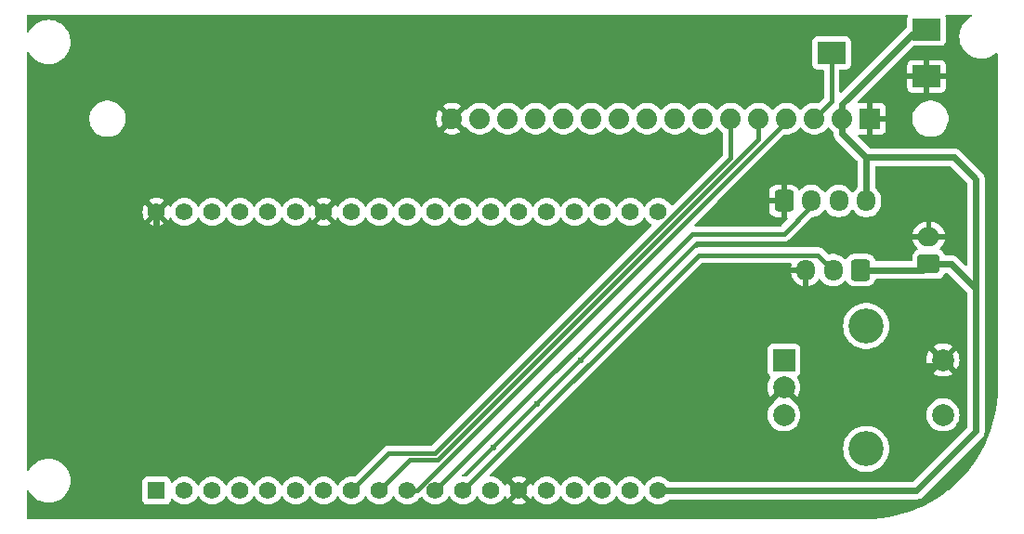
<source format=gbl>
G04 #@! TF.GenerationSoftware,KiCad,Pcbnew,8.0.5*
G04 #@! TF.CreationDate,2025-02-10T08:59:45+01:00*
G04 #@! TF.ProjectId,rocnikovka,726f636e-696b-46f7-966b-612e6b696361,rev?*
G04 #@! TF.SameCoordinates,Original*
G04 #@! TF.FileFunction,Copper,L2,Bot*
G04 #@! TF.FilePolarity,Positive*
%FSLAX46Y46*%
G04 Gerber Fmt 4.6, Leading zero omitted, Abs format (unit mm)*
G04 Created by KiCad (PCBNEW 8.0.5) date 2025-02-10 08:59:45*
%MOMM*%
%LPD*%
G01*
G04 APERTURE LIST*
G04 Aperture macros list*
%AMRoundRect*
0 Rectangle with rounded corners*
0 $1 Rounding radius*
0 $2 $3 $4 $5 $6 $7 $8 $9 X,Y pos of 4 corners*
0 Add a 4 corners polygon primitive as box body*
4,1,4,$2,$3,$4,$5,$6,$7,$8,$9,$2,$3,0*
0 Add four circle primitives for the rounded corners*
1,1,$1+$1,$2,$3*
1,1,$1+$1,$4,$5*
1,1,$1+$1,$6,$7*
1,1,$1+$1,$8,$9*
0 Add four rect primitives between the rounded corners*
20,1,$1+$1,$2,$3,$4,$5,0*
20,1,$1+$1,$4,$5,$6,$7,0*
20,1,$1+$1,$6,$7,$8,$9,0*
20,1,$1+$1,$8,$9,$2,$3,0*%
G04 Aperture macros list end*
G04 #@! TA.AperFunction,ComponentPad*
%ADD10R,1.879600X1.879600*%
G04 #@! TD*
G04 #@! TA.AperFunction,ComponentPad*
%ADD11C,1.879600*%
G04 #@! TD*
G04 #@! TA.AperFunction,ComponentPad*
%ADD12R,1.560000X1.560000*%
G04 #@! TD*
G04 #@! TA.AperFunction,ComponentPad*
%ADD13C,1.560000*%
G04 #@! TD*
G04 #@! TA.AperFunction,ComponentPad*
%ADD14RoundRect,0.250000X0.600000X0.725000X-0.600000X0.725000X-0.600000X-0.725000X0.600000X-0.725000X0*%
G04 #@! TD*
G04 #@! TA.AperFunction,ComponentPad*
%ADD15O,1.700000X1.950000*%
G04 #@! TD*
G04 #@! TA.AperFunction,ComponentPad*
%ADD16R,2.000000X2.000000*%
G04 #@! TD*
G04 #@! TA.AperFunction,ComponentPad*
%ADD17C,2.000000*%
G04 #@! TD*
G04 #@! TA.AperFunction,ComponentPad*
%ADD18C,3.200000*%
G04 #@! TD*
G04 #@! TA.AperFunction,ComponentPad*
%ADD19RoundRect,0.250000X0.750000X-0.600000X0.750000X0.600000X-0.750000X0.600000X-0.750000X-0.600000X0*%
G04 #@! TD*
G04 #@! TA.AperFunction,ComponentPad*
%ADD20O,2.000000X1.700000*%
G04 #@! TD*
G04 #@! TA.AperFunction,ComponentPad*
%ADD21RoundRect,0.250000X-0.600000X-0.725000X0.600000X-0.725000X0.600000X0.725000X-0.600000X0.725000X0*%
G04 #@! TD*
G04 #@! TA.AperFunction,SMDPad,CuDef*
%ADD22R,2.500000X2.000000*%
G04 #@! TD*
G04 #@! TA.AperFunction,ViaPad*
%ADD23C,0.600000*%
G04 #@! TD*
G04 #@! TA.AperFunction,Conductor*
%ADD24C,0.600000*%
G04 #@! TD*
G04 #@! TA.AperFunction,Conductor*
%ADD25C,0.400000*%
G04 #@! TD*
G04 APERTURE END LIST*
D10*
X112860000Y-83000000D03*
D11*
X110320000Y-83000000D03*
X107780000Y-83000000D03*
X105240000Y-83000000D03*
X102700000Y-83000000D03*
X100160000Y-83000000D03*
X97620000Y-83000000D03*
X95080000Y-83000000D03*
X92540000Y-83000000D03*
X90000000Y-83000000D03*
X87460000Y-83000000D03*
X84920000Y-83000000D03*
X82380000Y-83000000D03*
X79840000Y-83000000D03*
X77300000Y-83000000D03*
X74760000Y-83000000D03*
D12*
X47840000Y-116900000D03*
D13*
X50380000Y-116900000D03*
X52920000Y-116900000D03*
X55460000Y-116900000D03*
X58000000Y-116900000D03*
X60540000Y-116900000D03*
X63080000Y-116900000D03*
X65620000Y-116900000D03*
X68160000Y-116900000D03*
X70700000Y-116900000D03*
X73240000Y-116900000D03*
X75780000Y-116900000D03*
X78320000Y-116900000D03*
X80860000Y-116900000D03*
X83400000Y-116900000D03*
X85940000Y-116900000D03*
X88480000Y-116900000D03*
X91020000Y-116900000D03*
X93560000Y-116900000D03*
X47840000Y-91500000D03*
X50380000Y-91500000D03*
X52920000Y-91500000D03*
X55460000Y-91500000D03*
X58000000Y-91500000D03*
X60540000Y-91500000D03*
X63080000Y-91500000D03*
X65620000Y-91500000D03*
X68160000Y-91500000D03*
X70700000Y-91500000D03*
X73240000Y-91500000D03*
X75780000Y-91500000D03*
X78320000Y-91500000D03*
X80860000Y-91500000D03*
X83400000Y-91500000D03*
X85940000Y-91500000D03*
X88480000Y-91500000D03*
X91020000Y-91500000D03*
X93560000Y-91500000D03*
D14*
X112000000Y-96800000D03*
D15*
X109500000Y-96800000D03*
X107000000Y-96800000D03*
D16*
X105000000Y-105000000D03*
D17*
X105000000Y-110000000D03*
X105000000Y-107500000D03*
D18*
X112500000Y-101900000D03*
X112500000Y-113100000D03*
D17*
X119500000Y-110000000D03*
X119500000Y-105000000D03*
D19*
X118200000Y-96250000D03*
D20*
X118200000Y-93750000D03*
D21*
X105000000Y-90500000D03*
D15*
X107500000Y-90500000D03*
X110000000Y-90500000D03*
X112500000Y-90500000D03*
D22*
X118000000Y-79150000D03*
X109350000Y-77000000D03*
X118000000Y-74850000D03*
D23*
X90000000Y-105000000D03*
X42500000Y-103500000D03*
X82500000Y-109000000D03*
X78000000Y-97000000D03*
X99500000Y-90500000D03*
X59500000Y-88000000D03*
X76500000Y-104000000D03*
X122500000Y-80500000D03*
X49500000Y-96000000D03*
X76000000Y-105000000D03*
X100000000Y-91500000D03*
X72000000Y-108000000D03*
X117000000Y-89500000D03*
X73500000Y-88500000D03*
X99500000Y-100500000D03*
X117500000Y-88500000D03*
X116500000Y-106000000D03*
X78500000Y-98000000D03*
X123500000Y-80500000D03*
X101500000Y-115000000D03*
X71500000Y-109000000D03*
X86500000Y-105000000D03*
X117000000Y-106500000D03*
X44000000Y-103500000D03*
X51000000Y-96000000D03*
X88500000Y-113500000D03*
X78500000Y-113000000D03*
X42500000Y-99500000D03*
X91500000Y-105000000D03*
X103000000Y-97000000D03*
X63000000Y-105000000D03*
X95500000Y-88000000D03*
X117000000Y-105500000D03*
X99000000Y-91500000D03*
X63500000Y-106000000D03*
X123000000Y-81500000D03*
X98500000Y-100500000D03*
X50500000Y-97000000D03*
X62500000Y-106000000D03*
X79000000Y-97000000D03*
X81000000Y-114500000D03*
X99000000Y-99500000D03*
X66500000Y-88000000D03*
X77000000Y-105000000D03*
X100400000Y-107000000D03*
X72500000Y-109000000D03*
X118000000Y-89500000D03*
D24*
X47840000Y-94340000D02*
X49500000Y-96000000D01*
X117000000Y-105500000D02*
X119000000Y-105500000D01*
X50500000Y-96500000D02*
X51000000Y-96000000D01*
X47840000Y-91500000D02*
X47840000Y-94340000D01*
X50500000Y-97000000D02*
X50500000Y-96500000D01*
X49500000Y-96000000D02*
X50500000Y-97000000D01*
X119000000Y-105500000D02*
X119500000Y-105000000D01*
X112500000Y-90500000D02*
X112500000Y-86509077D01*
X117140923Y-74850000D02*
X118000000Y-74850000D01*
X122500000Y-102000000D02*
X122500000Y-98500000D01*
X117650000Y-96800000D02*
X118200000Y-96250000D01*
X120250000Y-96250000D02*
X122500000Y-98500000D01*
X118200000Y-96250000D02*
X120250000Y-96250000D01*
X93560000Y-116900000D02*
X117100000Y-116900000D01*
X122500000Y-88500000D02*
X122500000Y-98500000D01*
X110320000Y-81670923D02*
X117140923Y-74850000D01*
X112490923Y-86500000D02*
X120500000Y-86500000D01*
X110320000Y-83000000D02*
X110320000Y-81670923D01*
X122500000Y-111500000D02*
X122500000Y-102000000D01*
X112500000Y-86509077D02*
X112490923Y-86500000D01*
X110320000Y-83000000D02*
X110320000Y-84329077D01*
X110320000Y-84329077D02*
X112490923Y-86500000D01*
X112000000Y-96800000D02*
X117650000Y-96800000D01*
X117100000Y-116900000D02*
X122500000Y-111500000D01*
X120500000Y-86500000D02*
X122500000Y-88500000D01*
D25*
X107500000Y-91000000D02*
X107500000Y-90500000D01*
X96640000Y-93500000D02*
X105000000Y-93500000D01*
X73240000Y-116900000D02*
X96640000Y-93500000D01*
X105000000Y-93500000D02*
X107500000Y-91000000D01*
X108125000Y-95425000D02*
X109500000Y-96800000D01*
X97255000Y-95425000D02*
X108125000Y-95425000D01*
X75780000Y-116900000D02*
X97255000Y-95425000D01*
X105240000Y-83608528D02*
X105240000Y-83000000D01*
X71571227Y-116900000D02*
X105240000Y-83231227D01*
X105240000Y-83231227D02*
X105240000Y-83000000D01*
X70700000Y-116900000D02*
X71571227Y-116900000D01*
X100160000Y-86568773D02*
X73228773Y-113500000D01*
X65620000Y-116880000D02*
X65620000Y-116900000D01*
X69000000Y-113500000D02*
X65620000Y-116880000D01*
X73228773Y-113500000D02*
X69000000Y-113500000D01*
X100160000Y-83000000D02*
X100160000Y-86568773D01*
X109350000Y-81430000D02*
X107780000Y-83000000D01*
X109350000Y-77000000D02*
X109350000Y-81430000D01*
X70900000Y-114100000D02*
X73477301Y-114100000D01*
X68160000Y-116840000D02*
X70900000Y-114100000D01*
X102700000Y-84877301D02*
X102700000Y-83000000D01*
X68160000Y-116900000D02*
X68160000Y-116840000D01*
X73477301Y-114100000D02*
X102700000Y-84877301D01*
G04 #@! TA.AperFunction,Conductor*
G36*
X116234621Y-73520185D02*
G01*
X116280376Y-73572989D01*
X116290320Y-73642147D01*
X116283764Y-73667833D01*
X116255908Y-73742517D01*
X116249501Y-73802116D01*
X116249501Y-73802123D01*
X116249500Y-73802135D01*
X116249500Y-74557982D01*
X116229815Y-74625021D01*
X116213181Y-74645663D01*
X110262181Y-80596663D01*
X110200858Y-80630148D01*
X110131166Y-80625164D01*
X110075233Y-80583292D01*
X110050816Y-80517828D01*
X110050500Y-80508982D01*
X110050500Y-78624499D01*
X110070185Y-78557460D01*
X110122989Y-78511705D01*
X110174500Y-78500499D01*
X110647871Y-78500499D01*
X110647872Y-78500499D01*
X110707483Y-78494091D01*
X110842331Y-78443796D01*
X110957546Y-78357546D01*
X111043796Y-78242331D01*
X111094091Y-78107483D01*
X111100500Y-78047873D01*
X111100499Y-75952128D01*
X111094091Y-75892517D01*
X111054151Y-75785433D01*
X111043797Y-75757671D01*
X111043793Y-75757664D01*
X110957547Y-75642455D01*
X110957544Y-75642452D01*
X110842335Y-75556206D01*
X110842328Y-75556202D01*
X110707482Y-75505908D01*
X110707483Y-75505908D01*
X110647883Y-75499501D01*
X110647881Y-75499500D01*
X110647873Y-75499500D01*
X110647864Y-75499500D01*
X108052129Y-75499500D01*
X108052123Y-75499501D01*
X107992516Y-75505908D01*
X107857671Y-75556202D01*
X107857664Y-75556206D01*
X107742455Y-75642452D01*
X107742452Y-75642455D01*
X107656206Y-75757664D01*
X107656202Y-75757671D01*
X107605908Y-75892517D01*
X107599501Y-75952116D01*
X107599501Y-75952123D01*
X107599500Y-75952135D01*
X107599500Y-78047870D01*
X107599501Y-78047876D01*
X107605908Y-78107483D01*
X107656202Y-78242328D01*
X107656206Y-78242335D01*
X107742452Y-78357544D01*
X107742455Y-78357547D01*
X107857664Y-78443793D01*
X107857671Y-78443797D01*
X107902618Y-78460561D01*
X107992517Y-78494091D01*
X108052127Y-78500500D01*
X108525500Y-78500499D01*
X108592539Y-78520183D01*
X108638294Y-78572987D01*
X108649500Y-78624499D01*
X108649500Y-81088480D01*
X108629815Y-81155519D01*
X108613181Y-81176161D01*
X108227540Y-81561801D01*
X108166217Y-81595286D01*
X108119449Y-81596429D01*
X107899347Y-81559700D01*
X107660653Y-81559700D01*
X107648063Y-81561801D01*
X107425213Y-81598988D01*
X107199458Y-81676489D01*
X107199453Y-81676491D01*
X106989529Y-81790098D01*
X106801169Y-81936704D01*
X106639508Y-82112315D01*
X106639506Y-82112317D01*
X106639506Y-82112318D01*
X106624721Y-82134949D01*
X106613808Y-82151652D01*
X106560661Y-82197008D01*
X106491430Y-82206431D01*
X106428094Y-82176928D01*
X106406192Y-82151652D01*
X106380494Y-82112318D01*
X106218832Y-81936705D01*
X106030469Y-81790097D01*
X105934152Y-81737972D01*
X105820546Y-81676491D01*
X105820541Y-81676489D01*
X105594786Y-81598988D01*
X105437826Y-81572796D01*
X105359347Y-81559700D01*
X105120653Y-81559700D01*
X105108063Y-81561801D01*
X104885213Y-81598988D01*
X104659458Y-81676489D01*
X104659453Y-81676491D01*
X104449529Y-81790098D01*
X104261169Y-81936704D01*
X104099508Y-82112315D01*
X104099506Y-82112317D01*
X104099506Y-82112318D01*
X104084721Y-82134949D01*
X104073808Y-82151652D01*
X104020661Y-82197008D01*
X103951430Y-82206431D01*
X103888094Y-82176928D01*
X103866192Y-82151652D01*
X103840494Y-82112318D01*
X103678832Y-81936705D01*
X103490469Y-81790097D01*
X103394152Y-81737972D01*
X103280546Y-81676491D01*
X103280541Y-81676489D01*
X103054786Y-81598988D01*
X102897826Y-81572796D01*
X102819347Y-81559700D01*
X102580653Y-81559700D01*
X102568063Y-81561801D01*
X102345213Y-81598988D01*
X102119458Y-81676489D01*
X102119453Y-81676491D01*
X101909529Y-81790098D01*
X101721169Y-81936704D01*
X101559508Y-82112315D01*
X101559506Y-82112317D01*
X101559506Y-82112318D01*
X101544721Y-82134949D01*
X101533808Y-82151652D01*
X101480661Y-82197008D01*
X101411430Y-82206431D01*
X101348094Y-82176928D01*
X101326192Y-82151652D01*
X101300494Y-82112318D01*
X101138832Y-81936705D01*
X100950469Y-81790097D01*
X100854152Y-81737972D01*
X100740546Y-81676491D01*
X100740541Y-81676489D01*
X100514786Y-81598988D01*
X100357826Y-81572796D01*
X100279347Y-81559700D01*
X100040653Y-81559700D01*
X100028063Y-81561801D01*
X99805213Y-81598988D01*
X99579458Y-81676489D01*
X99579453Y-81676491D01*
X99369529Y-81790098D01*
X99181169Y-81936704D01*
X99019508Y-82112315D01*
X99019506Y-82112317D01*
X99019506Y-82112318D01*
X99004721Y-82134949D01*
X98993808Y-82151652D01*
X98940661Y-82197008D01*
X98871430Y-82206431D01*
X98808094Y-82176928D01*
X98786192Y-82151652D01*
X98760494Y-82112318D01*
X98598832Y-81936705D01*
X98410469Y-81790097D01*
X98314152Y-81737972D01*
X98200546Y-81676491D01*
X98200541Y-81676489D01*
X97974786Y-81598988D01*
X97817826Y-81572796D01*
X97739347Y-81559700D01*
X97500653Y-81559700D01*
X97488063Y-81561801D01*
X97265213Y-81598988D01*
X97039458Y-81676489D01*
X97039453Y-81676491D01*
X96829529Y-81790098D01*
X96641169Y-81936704D01*
X96479508Y-82112315D01*
X96479506Y-82112317D01*
X96479506Y-82112318D01*
X96464721Y-82134949D01*
X96453808Y-82151652D01*
X96400661Y-82197008D01*
X96331430Y-82206431D01*
X96268094Y-82176928D01*
X96246192Y-82151652D01*
X96220494Y-82112318D01*
X96058832Y-81936705D01*
X95870469Y-81790097D01*
X95774152Y-81737972D01*
X95660546Y-81676491D01*
X95660541Y-81676489D01*
X95434786Y-81598988D01*
X95277826Y-81572796D01*
X95199347Y-81559700D01*
X94960653Y-81559700D01*
X94948063Y-81561801D01*
X94725213Y-81598988D01*
X94499458Y-81676489D01*
X94499453Y-81676491D01*
X94289529Y-81790098D01*
X94101169Y-81936704D01*
X93939508Y-82112315D01*
X93939506Y-82112317D01*
X93939506Y-82112318D01*
X93924721Y-82134949D01*
X93913808Y-82151652D01*
X93860661Y-82197008D01*
X93791430Y-82206431D01*
X93728094Y-82176928D01*
X93706192Y-82151652D01*
X93680494Y-82112318D01*
X93518832Y-81936705D01*
X93330469Y-81790097D01*
X93234152Y-81737972D01*
X93120546Y-81676491D01*
X93120541Y-81676489D01*
X92894786Y-81598988D01*
X92737826Y-81572796D01*
X92659347Y-81559700D01*
X92420653Y-81559700D01*
X92408063Y-81561801D01*
X92185213Y-81598988D01*
X91959458Y-81676489D01*
X91959453Y-81676491D01*
X91749529Y-81790098D01*
X91561169Y-81936704D01*
X91399508Y-82112315D01*
X91399506Y-82112317D01*
X91399506Y-82112318D01*
X91384721Y-82134949D01*
X91373808Y-82151652D01*
X91320661Y-82197008D01*
X91251430Y-82206431D01*
X91188094Y-82176928D01*
X91166192Y-82151652D01*
X91140494Y-82112318D01*
X90978832Y-81936705D01*
X90790469Y-81790097D01*
X90694152Y-81737972D01*
X90580546Y-81676491D01*
X90580541Y-81676489D01*
X90354786Y-81598988D01*
X90197826Y-81572796D01*
X90119347Y-81559700D01*
X89880653Y-81559700D01*
X89868063Y-81561801D01*
X89645213Y-81598988D01*
X89419458Y-81676489D01*
X89419453Y-81676491D01*
X89209529Y-81790098D01*
X89021169Y-81936704D01*
X88859508Y-82112315D01*
X88859506Y-82112317D01*
X88859506Y-82112318D01*
X88844721Y-82134949D01*
X88833808Y-82151652D01*
X88780661Y-82197008D01*
X88711430Y-82206431D01*
X88648094Y-82176928D01*
X88626192Y-82151652D01*
X88600494Y-82112318D01*
X88438832Y-81936705D01*
X88250469Y-81790097D01*
X88154152Y-81737972D01*
X88040546Y-81676491D01*
X88040541Y-81676489D01*
X87814786Y-81598988D01*
X87657826Y-81572796D01*
X87579347Y-81559700D01*
X87340653Y-81559700D01*
X87328063Y-81561801D01*
X87105213Y-81598988D01*
X86879458Y-81676489D01*
X86879453Y-81676491D01*
X86669529Y-81790098D01*
X86481169Y-81936704D01*
X86319508Y-82112315D01*
X86319506Y-82112317D01*
X86319506Y-82112318D01*
X86304721Y-82134949D01*
X86293808Y-82151652D01*
X86240661Y-82197008D01*
X86171430Y-82206431D01*
X86108094Y-82176928D01*
X86086192Y-82151652D01*
X86060494Y-82112318D01*
X85898832Y-81936705D01*
X85710469Y-81790097D01*
X85614152Y-81737972D01*
X85500546Y-81676491D01*
X85500541Y-81676489D01*
X85274786Y-81598988D01*
X85117826Y-81572796D01*
X85039347Y-81559700D01*
X84800653Y-81559700D01*
X84788063Y-81561801D01*
X84565213Y-81598988D01*
X84339458Y-81676489D01*
X84339453Y-81676491D01*
X84129529Y-81790098D01*
X83941169Y-81936704D01*
X83779508Y-82112315D01*
X83779506Y-82112317D01*
X83779506Y-82112318D01*
X83764721Y-82134949D01*
X83753808Y-82151652D01*
X83700661Y-82197008D01*
X83631430Y-82206431D01*
X83568094Y-82176928D01*
X83546192Y-82151652D01*
X83520494Y-82112318D01*
X83358832Y-81936705D01*
X83170469Y-81790097D01*
X83074152Y-81737972D01*
X82960546Y-81676491D01*
X82960541Y-81676489D01*
X82734786Y-81598988D01*
X82577826Y-81572796D01*
X82499347Y-81559700D01*
X82260653Y-81559700D01*
X82248063Y-81561801D01*
X82025213Y-81598988D01*
X81799458Y-81676489D01*
X81799453Y-81676491D01*
X81589529Y-81790098D01*
X81401169Y-81936704D01*
X81239508Y-82112315D01*
X81239506Y-82112317D01*
X81239506Y-82112318D01*
X81224721Y-82134949D01*
X81213808Y-82151652D01*
X81160661Y-82197008D01*
X81091430Y-82206431D01*
X81028094Y-82176928D01*
X81006192Y-82151652D01*
X80980494Y-82112318D01*
X80818832Y-81936705D01*
X80630469Y-81790097D01*
X80534152Y-81737972D01*
X80420546Y-81676491D01*
X80420541Y-81676489D01*
X80194786Y-81598988D01*
X80037826Y-81572796D01*
X79959347Y-81559700D01*
X79720653Y-81559700D01*
X79708063Y-81561801D01*
X79485213Y-81598988D01*
X79259458Y-81676489D01*
X79259453Y-81676491D01*
X79049529Y-81790098D01*
X78861169Y-81936704D01*
X78699508Y-82112315D01*
X78699506Y-82112317D01*
X78699506Y-82112318D01*
X78684721Y-82134949D01*
X78673808Y-82151652D01*
X78620661Y-82197008D01*
X78551430Y-82206431D01*
X78488094Y-82176928D01*
X78466192Y-82151652D01*
X78440494Y-82112318D01*
X78278832Y-81936705D01*
X78090469Y-81790097D01*
X77994152Y-81737972D01*
X77880546Y-81676491D01*
X77880541Y-81676489D01*
X77654786Y-81598988D01*
X77497826Y-81572796D01*
X77419347Y-81559700D01*
X77180653Y-81559700D01*
X77168063Y-81561801D01*
X76945213Y-81598988D01*
X76719458Y-81676489D01*
X76719453Y-81676491D01*
X76509529Y-81790098D01*
X76321167Y-81936705D01*
X76321165Y-81936707D01*
X76159508Y-82112315D01*
X76159505Y-82112319D01*
X76133509Y-82152108D01*
X76080362Y-82197463D01*
X76011130Y-82206885D01*
X75947795Y-82177382D01*
X75944978Y-82174131D01*
X75939942Y-82173609D01*
X75249494Y-82864057D01*
X75233381Y-82803919D01*
X75166502Y-82688080D01*
X75071920Y-82593498D01*
X74956081Y-82526619D01*
X74895941Y-82510504D01*
X75587158Y-81819286D01*
X75587158Y-81819284D01*
X75550203Y-81790521D01*
X75550192Y-81790514D01*
X75340349Y-81676953D01*
X75340339Y-81676948D01*
X75114664Y-81599474D01*
X74879304Y-81560200D01*
X74640696Y-81560200D01*
X74405335Y-81599474D01*
X74179660Y-81676948D01*
X74179655Y-81676950D01*
X73969804Y-81790516D01*
X73932839Y-81819286D01*
X74624058Y-82510504D01*
X74563919Y-82526619D01*
X74448080Y-82593498D01*
X74353498Y-82688080D01*
X74286619Y-82803919D01*
X74270504Y-82864058D01*
X73580056Y-82173610D01*
X73489392Y-82312383D01*
X73489390Y-82312387D01*
X73393545Y-82530895D01*
X73334969Y-82762203D01*
X73334967Y-82762211D01*
X73315265Y-82999993D01*
X73315265Y-83000006D01*
X73334967Y-83237788D01*
X73334969Y-83237796D01*
X73393545Y-83469104D01*
X73489392Y-83687617D01*
X73580055Y-83826388D01*
X74270504Y-83135940D01*
X74286619Y-83196081D01*
X74353498Y-83311920D01*
X74448080Y-83406502D01*
X74563919Y-83473381D01*
X74624057Y-83489495D01*
X73932840Y-84180712D01*
X73932840Y-84180713D01*
X73969802Y-84209482D01*
X73969807Y-84209485D01*
X74179650Y-84323046D01*
X74179660Y-84323051D01*
X74405335Y-84400525D01*
X74640696Y-84439800D01*
X74879304Y-84439800D01*
X75114664Y-84400525D01*
X75340339Y-84323051D01*
X75340349Y-84323046D01*
X75550191Y-84209486D01*
X75550197Y-84209481D01*
X75587158Y-84180713D01*
X75587159Y-84180711D01*
X74895942Y-83489494D01*
X74956081Y-83473381D01*
X75071920Y-83406502D01*
X75166502Y-83311920D01*
X75233381Y-83196081D01*
X75249495Y-83135941D01*
X75939943Y-83826389D01*
X75952632Y-83825073D01*
X75979039Y-83802537D01*
X76048270Y-83793113D01*
X76111606Y-83822614D01*
X76133511Y-83847894D01*
X76159506Y-83887682D01*
X76321168Y-84063295D01*
X76509531Y-84209903D01*
X76719455Y-84323509D01*
X76945216Y-84401012D01*
X77180653Y-84440300D01*
X77180654Y-84440300D01*
X77419346Y-84440300D01*
X77419347Y-84440300D01*
X77654784Y-84401012D01*
X77880545Y-84323509D01*
X78090469Y-84209903D01*
X78278832Y-84063295D01*
X78440494Y-83887682D01*
X78466191Y-83848350D01*
X78519337Y-83802993D01*
X78588568Y-83793569D01*
X78651904Y-83823071D01*
X78673809Y-83848350D01*
X78699506Y-83887682D01*
X78861168Y-84063295D01*
X79049531Y-84209903D01*
X79259455Y-84323509D01*
X79485216Y-84401012D01*
X79720653Y-84440300D01*
X79720654Y-84440300D01*
X79959346Y-84440300D01*
X79959347Y-84440300D01*
X80194784Y-84401012D01*
X80420545Y-84323509D01*
X80630469Y-84209903D01*
X80818832Y-84063295D01*
X80980494Y-83887682D01*
X81006191Y-83848350D01*
X81059337Y-83802993D01*
X81128568Y-83793569D01*
X81191904Y-83823071D01*
X81213809Y-83848350D01*
X81239506Y-83887682D01*
X81401168Y-84063295D01*
X81589531Y-84209903D01*
X81799455Y-84323509D01*
X82025216Y-84401012D01*
X82260653Y-84440300D01*
X82260654Y-84440300D01*
X82499346Y-84440300D01*
X82499347Y-84440300D01*
X82734784Y-84401012D01*
X82960545Y-84323509D01*
X83170469Y-84209903D01*
X83358832Y-84063295D01*
X83520494Y-83887682D01*
X83546191Y-83848350D01*
X83599337Y-83802993D01*
X83668568Y-83793569D01*
X83731904Y-83823071D01*
X83753809Y-83848350D01*
X83779506Y-83887682D01*
X83941168Y-84063295D01*
X84129531Y-84209903D01*
X84339455Y-84323509D01*
X84565216Y-84401012D01*
X84800653Y-84440300D01*
X84800654Y-84440300D01*
X85039346Y-84440300D01*
X85039347Y-84440300D01*
X85274784Y-84401012D01*
X85500545Y-84323509D01*
X85710469Y-84209903D01*
X85898832Y-84063295D01*
X86060494Y-83887682D01*
X86086191Y-83848350D01*
X86139337Y-83802993D01*
X86208568Y-83793569D01*
X86271904Y-83823071D01*
X86293809Y-83848350D01*
X86319506Y-83887682D01*
X86481168Y-84063295D01*
X86669531Y-84209903D01*
X86879455Y-84323509D01*
X87105216Y-84401012D01*
X87340653Y-84440300D01*
X87340654Y-84440300D01*
X87579346Y-84440300D01*
X87579347Y-84440300D01*
X87814784Y-84401012D01*
X88040545Y-84323509D01*
X88250469Y-84209903D01*
X88438832Y-84063295D01*
X88600494Y-83887682D01*
X88626191Y-83848350D01*
X88679337Y-83802993D01*
X88748568Y-83793569D01*
X88811904Y-83823071D01*
X88833809Y-83848350D01*
X88859506Y-83887682D01*
X89021168Y-84063295D01*
X89209531Y-84209903D01*
X89419455Y-84323509D01*
X89645216Y-84401012D01*
X89880653Y-84440300D01*
X89880654Y-84440300D01*
X90119346Y-84440300D01*
X90119347Y-84440300D01*
X90354784Y-84401012D01*
X90580545Y-84323509D01*
X90790469Y-84209903D01*
X90978832Y-84063295D01*
X91140494Y-83887682D01*
X91166191Y-83848350D01*
X91219337Y-83802993D01*
X91288568Y-83793569D01*
X91351904Y-83823071D01*
X91373809Y-83848350D01*
X91399506Y-83887682D01*
X91561168Y-84063295D01*
X91749531Y-84209903D01*
X91959455Y-84323509D01*
X92185216Y-84401012D01*
X92420653Y-84440300D01*
X92420654Y-84440300D01*
X92659346Y-84440300D01*
X92659347Y-84440300D01*
X92894784Y-84401012D01*
X93120545Y-84323509D01*
X93330469Y-84209903D01*
X93518832Y-84063295D01*
X93680494Y-83887682D01*
X93706191Y-83848350D01*
X93759337Y-83802993D01*
X93828568Y-83793569D01*
X93891904Y-83823071D01*
X93913809Y-83848350D01*
X93939506Y-83887682D01*
X94101168Y-84063295D01*
X94289531Y-84209903D01*
X94499455Y-84323509D01*
X94725216Y-84401012D01*
X94960653Y-84440300D01*
X94960654Y-84440300D01*
X95199346Y-84440300D01*
X95199347Y-84440300D01*
X95434784Y-84401012D01*
X95660545Y-84323509D01*
X95870469Y-84209903D01*
X96058832Y-84063295D01*
X96220494Y-83887682D01*
X96246191Y-83848350D01*
X96299337Y-83802993D01*
X96368568Y-83793569D01*
X96431904Y-83823071D01*
X96453809Y-83848350D01*
X96479506Y-83887682D01*
X96641168Y-84063295D01*
X96829531Y-84209903D01*
X97039455Y-84323509D01*
X97265216Y-84401012D01*
X97500653Y-84440300D01*
X97500654Y-84440300D01*
X97739346Y-84440300D01*
X97739347Y-84440300D01*
X97974784Y-84401012D01*
X98200545Y-84323509D01*
X98410469Y-84209903D01*
X98598832Y-84063295D01*
X98760494Y-83887682D01*
X98786191Y-83848350D01*
X98839337Y-83802993D01*
X98908568Y-83793569D01*
X98971904Y-83823071D01*
X98993809Y-83848350D01*
X99019506Y-83887682D01*
X99181168Y-84063295D01*
X99369531Y-84209903D01*
X99394518Y-84223425D01*
X99444108Y-84272645D01*
X99459500Y-84332480D01*
X99459500Y-86227254D01*
X99439815Y-86294293D01*
X99423181Y-86314935D01*
X94863184Y-90874931D01*
X94801861Y-90908416D01*
X94732169Y-90903432D01*
X94676236Y-90861560D01*
X94673928Y-90858373D01*
X94673181Y-90857306D01*
X94673181Y-90857305D01*
X94544667Y-90673767D01*
X94386233Y-90515333D01*
X94386229Y-90515330D01*
X94386228Y-90515329D01*
X94202700Y-90386821D01*
X94202696Y-90386819D01*
X94202694Y-90386818D01*
X93999630Y-90292128D01*
X93999627Y-90292127D01*
X93999625Y-90292126D01*
X93783208Y-90234137D01*
X93783200Y-90234136D01*
X93560002Y-90214609D01*
X93559998Y-90214609D01*
X93336799Y-90234136D01*
X93336791Y-90234137D01*
X93120374Y-90292126D01*
X93120370Y-90292128D01*
X93119358Y-90292600D01*
X92917306Y-90386818D01*
X92917304Y-90386819D01*
X92733764Y-90515334D01*
X92575334Y-90673764D01*
X92446819Y-90857304D01*
X92446818Y-90857306D01*
X92402382Y-90952600D01*
X92356209Y-91005039D01*
X92289016Y-91024191D01*
X92222135Y-91003975D01*
X92177618Y-90952600D01*
X92169690Y-90935600D01*
X92133181Y-90857305D01*
X92004667Y-90673767D01*
X91846233Y-90515333D01*
X91846229Y-90515330D01*
X91846228Y-90515329D01*
X91662700Y-90386821D01*
X91662696Y-90386819D01*
X91662694Y-90386818D01*
X91459630Y-90292128D01*
X91459627Y-90292127D01*
X91459625Y-90292126D01*
X91243208Y-90234137D01*
X91243200Y-90234136D01*
X91020002Y-90214609D01*
X91019998Y-90214609D01*
X90796799Y-90234136D01*
X90796791Y-90234137D01*
X90580374Y-90292126D01*
X90580370Y-90292128D01*
X90579358Y-90292600D01*
X90377306Y-90386818D01*
X90377304Y-90386819D01*
X90193764Y-90515334D01*
X90035334Y-90673764D01*
X89906819Y-90857304D01*
X89906818Y-90857306D01*
X89862382Y-90952600D01*
X89816209Y-91005039D01*
X89749016Y-91024191D01*
X89682135Y-91003975D01*
X89637618Y-90952600D01*
X89629690Y-90935600D01*
X89593181Y-90857305D01*
X89464667Y-90673767D01*
X89306233Y-90515333D01*
X89306229Y-90515330D01*
X89306228Y-90515329D01*
X89122700Y-90386821D01*
X89122696Y-90386819D01*
X89122694Y-90386818D01*
X88919630Y-90292128D01*
X88919627Y-90292127D01*
X88919625Y-90292126D01*
X88703208Y-90234137D01*
X88703200Y-90234136D01*
X88480002Y-90214609D01*
X88479998Y-90214609D01*
X88256799Y-90234136D01*
X88256791Y-90234137D01*
X88040374Y-90292126D01*
X88040370Y-90292128D01*
X88039358Y-90292600D01*
X87837306Y-90386818D01*
X87837304Y-90386819D01*
X87653764Y-90515334D01*
X87495334Y-90673764D01*
X87366819Y-90857304D01*
X87366818Y-90857306D01*
X87322382Y-90952600D01*
X87276209Y-91005039D01*
X87209016Y-91024191D01*
X87142135Y-91003975D01*
X87097618Y-90952600D01*
X87089690Y-90935600D01*
X87053181Y-90857305D01*
X86924667Y-90673767D01*
X86766233Y-90515333D01*
X86766229Y-90515330D01*
X86766228Y-90515329D01*
X86582700Y-90386821D01*
X86582696Y-90386819D01*
X86582694Y-90386818D01*
X86379630Y-90292128D01*
X86379627Y-90292127D01*
X86379625Y-90292126D01*
X86163208Y-90234137D01*
X86163200Y-90234136D01*
X85940002Y-90214609D01*
X85939998Y-90214609D01*
X85716799Y-90234136D01*
X85716791Y-90234137D01*
X85500374Y-90292126D01*
X85500370Y-90292128D01*
X85499358Y-90292600D01*
X85297306Y-90386818D01*
X85297304Y-90386819D01*
X85113764Y-90515334D01*
X84955334Y-90673764D01*
X84826819Y-90857304D01*
X84826818Y-90857306D01*
X84782382Y-90952600D01*
X84736209Y-91005039D01*
X84669016Y-91024191D01*
X84602135Y-91003975D01*
X84557618Y-90952600D01*
X84549690Y-90935600D01*
X84513181Y-90857305D01*
X84384667Y-90673767D01*
X84226233Y-90515333D01*
X84226229Y-90515330D01*
X84226228Y-90515329D01*
X84042700Y-90386821D01*
X84042696Y-90386819D01*
X84042694Y-90386818D01*
X83839630Y-90292128D01*
X83839627Y-90292127D01*
X83839625Y-90292126D01*
X83623208Y-90234137D01*
X83623200Y-90234136D01*
X83400002Y-90214609D01*
X83399998Y-90214609D01*
X83176799Y-90234136D01*
X83176791Y-90234137D01*
X82960374Y-90292126D01*
X82960370Y-90292128D01*
X82959358Y-90292600D01*
X82757306Y-90386818D01*
X82757304Y-90386819D01*
X82573764Y-90515334D01*
X82415334Y-90673764D01*
X82286819Y-90857304D01*
X82286818Y-90857306D01*
X82242382Y-90952600D01*
X82196209Y-91005039D01*
X82129016Y-91024191D01*
X82062135Y-91003975D01*
X82017618Y-90952600D01*
X82009690Y-90935600D01*
X81973181Y-90857305D01*
X81844667Y-90673767D01*
X81686233Y-90515333D01*
X81686229Y-90515330D01*
X81686228Y-90515329D01*
X81502700Y-90386821D01*
X81502696Y-90386819D01*
X81502694Y-90386818D01*
X81299630Y-90292128D01*
X81299627Y-90292127D01*
X81299625Y-90292126D01*
X81083208Y-90234137D01*
X81083200Y-90234136D01*
X80860002Y-90214609D01*
X80859998Y-90214609D01*
X80636799Y-90234136D01*
X80636791Y-90234137D01*
X80420374Y-90292126D01*
X80420370Y-90292128D01*
X80419358Y-90292600D01*
X80217306Y-90386818D01*
X80217304Y-90386819D01*
X80033764Y-90515334D01*
X79875334Y-90673764D01*
X79746819Y-90857304D01*
X79746818Y-90857306D01*
X79702382Y-90952600D01*
X79656209Y-91005039D01*
X79589016Y-91024191D01*
X79522135Y-91003975D01*
X79477618Y-90952600D01*
X79469690Y-90935600D01*
X79433181Y-90857305D01*
X79304667Y-90673767D01*
X79146233Y-90515333D01*
X79146229Y-90515330D01*
X79146228Y-90515329D01*
X78962700Y-90386821D01*
X78962696Y-90386819D01*
X78962694Y-90386818D01*
X78759630Y-90292128D01*
X78759627Y-90292127D01*
X78759625Y-90292126D01*
X78543208Y-90234137D01*
X78543200Y-90234136D01*
X78320002Y-90214609D01*
X78319998Y-90214609D01*
X78096799Y-90234136D01*
X78096791Y-90234137D01*
X77880374Y-90292126D01*
X77880370Y-90292128D01*
X77879358Y-90292600D01*
X77677306Y-90386818D01*
X77677304Y-90386819D01*
X77493764Y-90515334D01*
X77335334Y-90673764D01*
X77206819Y-90857304D01*
X77206818Y-90857306D01*
X77162382Y-90952600D01*
X77116209Y-91005039D01*
X77049016Y-91024191D01*
X76982135Y-91003975D01*
X76937618Y-90952600D01*
X76929690Y-90935600D01*
X76893181Y-90857305D01*
X76764667Y-90673767D01*
X76606233Y-90515333D01*
X76606229Y-90515330D01*
X76606228Y-90515329D01*
X76422700Y-90386821D01*
X76422696Y-90386819D01*
X76422694Y-90386818D01*
X76219630Y-90292128D01*
X76219627Y-90292127D01*
X76219625Y-90292126D01*
X76003208Y-90234137D01*
X76003200Y-90234136D01*
X75780002Y-90214609D01*
X75779998Y-90214609D01*
X75556799Y-90234136D01*
X75556791Y-90234137D01*
X75340374Y-90292126D01*
X75340370Y-90292128D01*
X75339358Y-90292600D01*
X75137306Y-90386818D01*
X75137304Y-90386819D01*
X74953764Y-90515334D01*
X74795334Y-90673764D01*
X74666819Y-90857304D01*
X74666818Y-90857306D01*
X74622382Y-90952600D01*
X74576209Y-91005039D01*
X74509016Y-91024191D01*
X74442135Y-91003975D01*
X74397618Y-90952600D01*
X74389690Y-90935600D01*
X74353181Y-90857305D01*
X74224667Y-90673767D01*
X74066233Y-90515333D01*
X74066229Y-90515330D01*
X74066228Y-90515329D01*
X73882700Y-90386821D01*
X73882696Y-90386819D01*
X73882694Y-90386818D01*
X73679630Y-90292128D01*
X73679627Y-90292127D01*
X73679625Y-90292126D01*
X73463208Y-90234137D01*
X73463200Y-90234136D01*
X73240002Y-90214609D01*
X73239998Y-90214609D01*
X73016799Y-90234136D01*
X73016791Y-90234137D01*
X72800374Y-90292126D01*
X72800370Y-90292128D01*
X72799358Y-90292600D01*
X72597306Y-90386818D01*
X72597304Y-90386819D01*
X72413764Y-90515334D01*
X72255334Y-90673764D01*
X72126819Y-90857304D01*
X72126818Y-90857306D01*
X72082382Y-90952600D01*
X72036209Y-91005039D01*
X71969016Y-91024191D01*
X71902135Y-91003975D01*
X71857618Y-90952600D01*
X71849690Y-90935600D01*
X71813181Y-90857305D01*
X71684667Y-90673767D01*
X71526233Y-90515333D01*
X71526229Y-90515330D01*
X71526228Y-90515329D01*
X71342700Y-90386821D01*
X71342696Y-90386819D01*
X71342694Y-90386818D01*
X71139630Y-90292128D01*
X71139627Y-90292127D01*
X71139625Y-90292126D01*
X70923208Y-90234137D01*
X70923200Y-90234136D01*
X70700002Y-90214609D01*
X70699998Y-90214609D01*
X70476799Y-90234136D01*
X70476791Y-90234137D01*
X70260374Y-90292126D01*
X70260370Y-90292128D01*
X70259358Y-90292600D01*
X70057306Y-90386818D01*
X70057304Y-90386819D01*
X69873764Y-90515334D01*
X69715334Y-90673764D01*
X69586819Y-90857304D01*
X69586818Y-90857306D01*
X69542382Y-90952600D01*
X69496209Y-91005039D01*
X69429016Y-91024191D01*
X69362135Y-91003975D01*
X69317618Y-90952600D01*
X69309690Y-90935600D01*
X69273181Y-90857305D01*
X69144667Y-90673767D01*
X68986233Y-90515333D01*
X68986229Y-90515330D01*
X68986228Y-90515329D01*
X68802700Y-90386821D01*
X68802696Y-90386819D01*
X68802694Y-90386818D01*
X68599630Y-90292128D01*
X68599627Y-90292127D01*
X68599625Y-90292126D01*
X68383208Y-90234137D01*
X68383200Y-90234136D01*
X68160002Y-90214609D01*
X68159998Y-90214609D01*
X67936799Y-90234136D01*
X67936791Y-90234137D01*
X67720374Y-90292126D01*
X67720370Y-90292128D01*
X67719358Y-90292600D01*
X67517306Y-90386818D01*
X67517304Y-90386819D01*
X67333764Y-90515334D01*
X67175334Y-90673764D01*
X67046819Y-90857304D01*
X67046818Y-90857306D01*
X67002382Y-90952600D01*
X66956209Y-91005039D01*
X66889016Y-91024191D01*
X66822135Y-91003975D01*
X66777618Y-90952600D01*
X66769690Y-90935600D01*
X66733181Y-90857305D01*
X66604667Y-90673767D01*
X66446233Y-90515333D01*
X66446229Y-90515330D01*
X66446228Y-90515329D01*
X66262700Y-90386821D01*
X66262696Y-90386819D01*
X66262694Y-90386818D01*
X66059630Y-90292128D01*
X66059627Y-90292127D01*
X66059625Y-90292126D01*
X65843208Y-90234137D01*
X65843200Y-90234136D01*
X65620002Y-90214609D01*
X65619998Y-90214609D01*
X65396799Y-90234136D01*
X65396791Y-90234137D01*
X65180374Y-90292126D01*
X65180370Y-90292128D01*
X65179358Y-90292600D01*
X64977306Y-90386818D01*
X64977304Y-90386819D01*
X64793764Y-90515334D01*
X64635334Y-90673764D01*
X64506820Y-90857303D01*
X64506819Y-90857305D01*
X64506321Y-90858373D01*
X64462106Y-90953192D01*
X64415933Y-91005630D01*
X64348739Y-91024782D01*
X64281858Y-91004566D01*
X64237342Y-90953191D01*
X64192747Y-90857557D01*
X64192746Y-90857555D01*
X64144664Y-90788887D01*
X64144664Y-90788886D01*
X63579292Y-91354259D01*
X63564563Y-91299288D01*
X63496104Y-91180713D01*
X63399287Y-91083896D01*
X63280712Y-91015437D01*
X63225740Y-91000707D01*
X63791112Y-90435334D01*
X63791112Y-90435333D01*
X63722445Y-90387253D01*
X63722443Y-90387252D01*
X63519459Y-90292600D01*
X63519450Y-90292596D01*
X63303124Y-90234632D01*
X63303113Y-90234630D01*
X63080002Y-90215111D01*
X63079998Y-90215111D01*
X62856886Y-90234630D01*
X62856875Y-90234632D01*
X62640549Y-90292596D01*
X62640540Y-90292600D01*
X62437556Y-90387253D01*
X62368887Y-90435334D01*
X62934260Y-91000707D01*
X62879288Y-91015437D01*
X62760713Y-91083896D01*
X62663896Y-91180713D01*
X62595437Y-91299288D01*
X62580707Y-91354260D01*
X62015334Y-90788887D01*
X61967254Y-90857554D01*
X61922657Y-90953192D01*
X61876484Y-91005631D01*
X61809290Y-91024782D01*
X61742409Y-91004566D01*
X61697893Y-90953191D01*
X61697617Y-90952600D01*
X61653181Y-90857305D01*
X61524667Y-90673767D01*
X61366233Y-90515333D01*
X61366229Y-90515330D01*
X61366228Y-90515329D01*
X61182700Y-90386821D01*
X61182696Y-90386819D01*
X61182694Y-90386818D01*
X60979630Y-90292128D01*
X60979627Y-90292127D01*
X60979625Y-90292126D01*
X60763208Y-90234137D01*
X60763200Y-90234136D01*
X60540002Y-90214609D01*
X60539998Y-90214609D01*
X60316799Y-90234136D01*
X60316791Y-90234137D01*
X60100374Y-90292126D01*
X60100370Y-90292128D01*
X60099358Y-90292600D01*
X59897306Y-90386818D01*
X59897304Y-90386819D01*
X59713764Y-90515334D01*
X59555334Y-90673764D01*
X59426819Y-90857304D01*
X59426818Y-90857306D01*
X59382382Y-90952600D01*
X59336209Y-91005039D01*
X59269016Y-91024191D01*
X59202135Y-91003975D01*
X59157618Y-90952600D01*
X59149690Y-90935600D01*
X59113181Y-90857305D01*
X58984667Y-90673767D01*
X58826233Y-90515333D01*
X58826229Y-90515330D01*
X58826228Y-90515329D01*
X58642700Y-90386821D01*
X58642696Y-90386819D01*
X58642694Y-90386818D01*
X58439630Y-90292128D01*
X58439627Y-90292127D01*
X58439625Y-90292126D01*
X58223208Y-90234137D01*
X58223200Y-90234136D01*
X58000002Y-90214609D01*
X57999998Y-90214609D01*
X57776799Y-90234136D01*
X57776791Y-90234137D01*
X57560374Y-90292126D01*
X57560370Y-90292128D01*
X57559358Y-90292600D01*
X57357306Y-90386818D01*
X57357304Y-90386819D01*
X57173764Y-90515334D01*
X57015334Y-90673764D01*
X56886819Y-90857304D01*
X56886818Y-90857306D01*
X56842382Y-90952600D01*
X56796209Y-91005039D01*
X56729016Y-91024191D01*
X56662135Y-91003975D01*
X56617618Y-90952600D01*
X56609690Y-90935600D01*
X56573181Y-90857305D01*
X56444667Y-90673767D01*
X56286233Y-90515333D01*
X56286229Y-90515330D01*
X56286228Y-90515329D01*
X56102700Y-90386821D01*
X56102696Y-90386819D01*
X56102694Y-90386818D01*
X55899630Y-90292128D01*
X55899627Y-90292127D01*
X55899625Y-90292126D01*
X55683208Y-90234137D01*
X55683200Y-90234136D01*
X55460002Y-90214609D01*
X55459998Y-90214609D01*
X55236799Y-90234136D01*
X55236791Y-90234137D01*
X55020374Y-90292126D01*
X55020370Y-90292128D01*
X55019358Y-90292600D01*
X54817306Y-90386818D01*
X54817304Y-90386819D01*
X54633764Y-90515334D01*
X54475334Y-90673764D01*
X54346819Y-90857304D01*
X54346818Y-90857306D01*
X54302382Y-90952600D01*
X54256209Y-91005039D01*
X54189016Y-91024191D01*
X54122135Y-91003975D01*
X54077618Y-90952600D01*
X54069690Y-90935600D01*
X54033181Y-90857305D01*
X53904667Y-90673767D01*
X53746233Y-90515333D01*
X53746229Y-90515330D01*
X53746228Y-90515329D01*
X53562700Y-90386821D01*
X53562696Y-90386819D01*
X53562694Y-90386818D01*
X53359630Y-90292128D01*
X53359627Y-90292127D01*
X53359625Y-90292126D01*
X53143208Y-90234137D01*
X53143200Y-90234136D01*
X52920002Y-90214609D01*
X52919998Y-90214609D01*
X52696799Y-90234136D01*
X52696791Y-90234137D01*
X52480374Y-90292126D01*
X52480370Y-90292128D01*
X52479358Y-90292600D01*
X52277306Y-90386818D01*
X52277304Y-90386819D01*
X52093764Y-90515334D01*
X51935334Y-90673764D01*
X51806819Y-90857304D01*
X51806818Y-90857306D01*
X51762382Y-90952600D01*
X51716209Y-91005039D01*
X51649016Y-91024191D01*
X51582135Y-91003975D01*
X51537618Y-90952600D01*
X51529690Y-90935600D01*
X51493181Y-90857305D01*
X51364667Y-90673767D01*
X51206233Y-90515333D01*
X51206229Y-90515330D01*
X51206228Y-90515329D01*
X51022700Y-90386821D01*
X51022696Y-90386819D01*
X51022694Y-90386818D01*
X50819630Y-90292128D01*
X50819627Y-90292127D01*
X50819625Y-90292126D01*
X50603208Y-90234137D01*
X50603200Y-90234136D01*
X50380002Y-90214609D01*
X50379998Y-90214609D01*
X50156799Y-90234136D01*
X50156791Y-90234137D01*
X49940374Y-90292126D01*
X49940370Y-90292128D01*
X49939358Y-90292600D01*
X49737306Y-90386818D01*
X49737304Y-90386819D01*
X49553764Y-90515334D01*
X49395334Y-90673764D01*
X49266820Y-90857303D01*
X49266819Y-90857305D01*
X49266321Y-90858373D01*
X49222106Y-90953192D01*
X49175933Y-91005630D01*
X49108739Y-91024782D01*
X49041858Y-91004566D01*
X48997342Y-90953191D01*
X48952747Y-90857557D01*
X48952746Y-90857555D01*
X48904664Y-90788887D01*
X48904664Y-90788886D01*
X48339292Y-91354259D01*
X48324563Y-91299288D01*
X48256104Y-91180713D01*
X48159287Y-91083896D01*
X48040712Y-91015437D01*
X47985740Y-91000707D01*
X48551112Y-90435334D01*
X48551112Y-90435333D01*
X48482445Y-90387253D01*
X48482443Y-90387252D01*
X48279459Y-90292600D01*
X48279450Y-90292596D01*
X48063124Y-90234632D01*
X48063113Y-90234630D01*
X47840002Y-90215111D01*
X47839998Y-90215111D01*
X47616886Y-90234630D01*
X47616875Y-90234632D01*
X47400549Y-90292596D01*
X47400540Y-90292600D01*
X47197556Y-90387253D01*
X47128887Y-90435334D01*
X47694260Y-91000707D01*
X47639288Y-91015437D01*
X47520713Y-91083896D01*
X47423896Y-91180713D01*
X47355437Y-91299288D01*
X47340707Y-91354260D01*
X46775334Y-90788887D01*
X46727253Y-90857556D01*
X46632600Y-91060540D01*
X46632596Y-91060549D01*
X46574632Y-91276875D01*
X46574630Y-91276886D01*
X46555111Y-91499997D01*
X46555111Y-91500002D01*
X46574630Y-91723113D01*
X46574632Y-91723124D01*
X46632596Y-91939450D01*
X46632600Y-91939459D01*
X46727252Y-92142443D01*
X46727253Y-92142445D01*
X46775334Y-92211112D01*
X47340707Y-91645739D01*
X47355437Y-91700712D01*
X47423896Y-91819287D01*
X47520713Y-91916104D01*
X47639288Y-91984563D01*
X47694259Y-91999292D01*
X47128886Y-92564664D01*
X47197555Y-92612746D01*
X47400540Y-92707399D01*
X47400549Y-92707403D01*
X47616875Y-92765367D01*
X47616886Y-92765369D01*
X47839998Y-92784889D01*
X47840002Y-92784889D01*
X48063113Y-92765369D01*
X48063124Y-92765367D01*
X48279450Y-92707403D01*
X48279459Y-92707399D01*
X48482445Y-92612746D01*
X48482451Y-92612742D01*
X48551112Y-92564665D01*
X47985739Y-91999292D01*
X48040712Y-91984563D01*
X48159287Y-91916104D01*
X48256104Y-91819287D01*
X48324563Y-91700712D01*
X48339292Y-91645739D01*
X48904665Y-92211112D01*
X48952742Y-92142451D01*
X48952743Y-92142450D01*
X48997341Y-92046809D01*
X49043513Y-91994370D01*
X49110707Y-91975217D01*
X49177588Y-91995432D01*
X49222106Y-92046808D01*
X49266819Y-92142696D01*
X49266821Y-92142700D01*
X49395329Y-92326228D01*
X49395334Y-92326234D01*
X49553765Y-92484665D01*
X49553771Y-92484670D01*
X49737299Y-92613178D01*
X49737301Y-92613179D01*
X49737304Y-92613181D01*
X49940370Y-92707872D01*
X50156794Y-92765863D01*
X50316226Y-92779811D01*
X50379998Y-92785391D01*
X50380000Y-92785391D01*
X50380002Y-92785391D01*
X50443734Y-92779815D01*
X50603206Y-92765863D01*
X50819630Y-92707872D01*
X51022696Y-92613181D01*
X51206233Y-92484667D01*
X51364667Y-92326233D01*
X51493181Y-92142696D01*
X51537618Y-92047399D01*
X51583790Y-91994960D01*
X51650983Y-91975808D01*
X51717865Y-91996023D01*
X51762382Y-92047400D01*
X51806817Y-92142692D01*
X51806821Y-92142700D01*
X51935329Y-92326228D01*
X51935334Y-92326234D01*
X52093765Y-92484665D01*
X52093771Y-92484670D01*
X52277299Y-92613178D01*
X52277301Y-92613179D01*
X52277304Y-92613181D01*
X52480370Y-92707872D01*
X52696794Y-92765863D01*
X52856226Y-92779811D01*
X52919998Y-92785391D01*
X52920000Y-92785391D01*
X52920002Y-92785391D01*
X52983734Y-92779815D01*
X53143206Y-92765863D01*
X53359630Y-92707872D01*
X53562696Y-92613181D01*
X53746233Y-92484667D01*
X53904667Y-92326233D01*
X54033181Y-92142696D01*
X54077618Y-92047399D01*
X54123790Y-91994960D01*
X54190983Y-91975808D01*
X54257865Y-91996023D01*
X54302382Y-92047400D01*
X54346817Y-92142692D01*
X54346821Y-92142700D01*
X54475329Y-92326228D01*
X54475334Y-92326234D01*
X54633765Y-92484665D01*
X54633771Y-92484670D01*
X54817299Y-92613178D01*
X54817301Y-92613179D01*
X54817304Y-92613181D01*
X55020370Y-92707872D01*
X55236794Y-92765863D01*
X55396226Y-92779811D01*
X55459998Y-92785391D01*
X55460000Y-92785391D01*
X55460002Y-92785391D01*
X55523734Y-92779815D01*
X55683206Y-92765863D01*
X55899630Y-92707872D01*
X56102696Y-92613181D01*
X56286233Y-92484667D01*
X56444667Y-92326233D01*
X56573181Y-92142696D01*
X56617618Y-92047399D01*
X56663790Y-91994960D01*
X56730983Y-91975808D01*
X56797865Y-91996023D01*
X56842382Y-92047400D01*
X56886817Y-92142692D01*
X56886821Y-92142700D01*
X57015329Y-92326228D01*
X57015334Y-92326234D01*
X57173765Y-92484665D01*
X57173771Y-92484670D01*
X57357299Y-92613178D01*
X57357301Y-92613179D01*
X57357304Y-92613181D01*
X57560370Y-92707872D01*
X57776794Y-92765863D01*
X57936226Y-92779811D01*
X57999998Y-92785391D01*
X58000000Y-92785391D01*
X58000002Y-92785391D01*
X58063734Y-92779815D01*
X58223206Y-92765863D01*
X58439630Y-92707872D01*
X58642696Y-92613181D01*
X58826233Y-92484667D01*
X58984667Y-92326233D01*
X59113181Y-92142696D01*
X59157618Y-92047399D01*
X59203790Y-91994960D01*
X59270983Y-91975808D01*
X59337865Y-91996023D01*
X59382382Y-92047400D01*
X59426817Y-92142692D01*
X59426821Y-92142700D01*
X59555329Y-92326228D01*
X59555334Y-92326234D01*
X59713765Y-92484665D01*
X59713771Y-92484670D01*
X59897299Y-92613178D01*
X59897301Y-92613179D01*
X59897304Y-92613181D01*
X60100370Y-92707872D01*
X60316794Y-92765863D01*
X60476226Y-92779811D01*
X60539998Y-92785391D01*
X60540000Y-92785391D01*
X60540002Y-92785391D01*
X60603734Y-92779815D01*
X60763206Y-92765863D01*
X60979630Y-92707872D01*
X61182696Y-92613181D01*
X61366233Y-92484667D01*
X61524667Y-92326233D01*
X61653181Y-92142696D01*
X61697895Y-92046804D01*
X61744064Y-91994370D01*
X61811258Y-91975217D01*
X61878139Y-91995432D01*
X61922657Y-92046808D01*
X61967252Y-92142443D01*
X61967253Y-92142445D01*
X62015334Y-92211112D01*
X62580707Y-91645739D01*
X62595437Y-91700712D01*
X62663896Y-91819287D01*
X62760713Y-91916104D01*
X62879288Y-91984563D01*
X62934259Y-91999292D01*
X62368886Y-92564664D01*
X62437555Y-92612746D01*
X62640540Y-92707399D01*
X62640549Y-92707403D01*
X62856875Y-92765367D01*
X62856886Y-92765369D01*
X63079998Y-92784889D01*
X63080002Y-92784889D01*
X63303113Y-92765369D01*
X63303124Y-92765367D01*
X63519450Y-92707403D01*
X63519459Y-92707399D01*
X63722445Y-92612746D01*
X63722451Y-92612742D01*
X63791112Y-92564665D01*
X63225739Y-91999292D01*
X63280712Y-91984563D01*
X63399287Y-91916104D01*
X63496104Y-91819287D01*
X63564563Y-91700712D01*
X63579292Y-91645739D01*
X64144665Y-92211112D01*
X64192742Y-92142451D01*
X64192743Y-92142450D01*
X64237341Y-92046809D01*
X64283513Y-91994370D01*
X64350707Y-91975217D01*
X64417588Y-91995432D01*
X64462106Y-92046808D01*
X64506819Y-92142696D01*
X64506821Y-92142700D01*
X64635329Y-92326228D01*
X64635334Y-92326234D01*
X64793765Y-92484665D01*
X64793771Y-92484670D01*
X64977299Y-92613178D01*
X64977301Y-92613179D01*
X64977304Y-92613181D01*
X65180370Y-92707872D01*
X65396794Y-92765863D01*
X65556226Y-92779811D01*
X65619998Y-92785391D01*
X65620000Y-92785391D01*
X65620002Y-92785391D01*
X65683734Y-92779815D01*
X65843206Y-92765863D01*
X66059630Y-92707872D01*
X66262696Y-92613181D01*
X66446233Y-92484667D01*
X66604667Y-92326233D01*
X66733181Y-92142696D01*
X66777618Y-92047399D01*
X66823790Y-91994960D01*
X66890983Y-91975808D01*
X66957865Y-91996023D01*
X67002382Y-92047400D01*
X67046817Y-92142692D01*
X67046821Y-92142700D01*
X67175329Y-92326228D01*
X67175334Y-92326234D01*
X67333765Y-92484665D01*
X67333771Y-92484670D01*
X67517299Y-92613178D01*
X67517301Y-92613179D01*
X67517304Y-92613181D01*
X67720370Y-92707872D01*
X67936794Y-92765863D01*
X68096226Y-92779811D01*
X68159998Y-92785391D01*
X68160000Y-92785391D01*
X68160002Y-92785391D01*
X68223734Y-92779815D01*
X68383206Y-92765863D01*
X68599630Y-92707872D01*
X68802696Y-92613181D01*
X68986233Y-92484667D01*
X69144667Y-92326233D01*
X69273181Y-92142696D01*
X69317618Y-92047399D01*
X69363790Y-91994960D01*
X69430983Y-91975808D01*
X69497865Y-91996023D01*
X69542382Y-92047400D01*
X69586817Y-92142692D01*
X69586821Y-92142700D01*
X69715329Y-92326228D01*
X69715334Y-92326234D01*
X69873765Y-92484665D01*
X69873771Y-92484670D01*
X70057299Y-92613178D01*
X70057301Y-92613179D01*
X70057304Y-92613181D01*
X70260370Y-92707872D01*
X70476794Y-92765863D01*
X70636226Y-92779811D01*
X70699998Y-92785391D01*
X70700000Y-92785391D01*
X70700002Y-92785391D01*
X70763734Y-92779815D01*
X70923206Y-92765863D01*
X71139630Y-92707872D01*
X71342696Y-92613181D01*
X71526233Y-92484667D01*
X71684667Y-92326233D01*
X71813181Y-92142696D01*
X71857618Y-92047399D01*
X71903790Y-91994960D01*
X71970983Y-91975808D01*
X72037865Y-91996023D01*
X72082382Y-92047400D01*
X72126817Y-92142692D01*
X72126821Y-92142700D01*
X72255329Y-92326228D01*
X72255334Y-92326234D01*
X72413765Y-92484665D01*
X72413771Y-92484670D01*
X72597299Y-92613178D01*
X72597301Y-92613179D01*
X72597304Y-92613181D01*
X72800370Y-92707872D01*
X73016794Y-92765863D01*
X73176226Y-92779811D01*
X73239998Y-92785391D01*
X73240000Y-92785391D01*
X73240002Y-92785391D01*
X73303734Y-92779815D01*
X73463206Y-92765863D01*
X73679630Y-92707872D01*
X73882696Y-92613181D01*
X74066233Y-92484667D01*
X74224667Y-92326233D01*
X74353181Y-92142696D01*
X74397618Y-92047399D01*
X74443790Y-91994960D01*
X74510983Y-91975808D01*
X74577865Y-91996023D01*
X74622382Y-92047400D01*
X74666817Y-92142692D01*
X74666821Y-92142700D01*
X74795329Y-92326228D01*
X74795334Y-92326234D01*
X74953765Y-92484665D01*
X74953771Y-92484670D01*
X75137299Y-92613178D01*
X75137301Y-92613179D01*
X75137304Y-92613181D01*
X75340370Y-92707872D01*
X75556794Y-92765863D01*
X75716226Y-92779811D01*
X75779998Y-92785391D01*
X75780000Y-92785391D01*
X75780002Y-92785391D01*
X75843734Y-92779815D01*
X76003206Y-92765863D01*
X76219630Y-92707872D01*
X76422696Y-92613181D01*
X76606233Y-92484667D01*
X76764667Y-92326233D01*
X76893181Y-92142696D01*
X76937618Y-92047399D01*
X76983790Y-91994960D01*
X77050983Y-91975808D01*
X77117865Y-91996023D01*
X77162382Y-92047400D01*
X77206817Y-92142692D01*
X77206821Y-92142700D01*
X77335329Y-92326228D01*
X77335334Y-92326234D01*
X77493765Y-92484665D01*
X77493771Y-92484670D01*
X77677299Y-92613178D01*
X77677301Y-92613179D01*
X77677304Y-92613181D01*
X77880370Y-92707872D01*
X78096794Y-92765863D01*
X78256226Y-92779811D01*
X78319998Y-92785391D01*
X78320000Y-92785391D01*
X78320002Y-92785391D01*
X78383734Y-92779815D01*
X78543206Y-92765863D01*
X78759630Y-92707872D01*
X78962696Y-92613181D01*
X79146233Y-92484667D01*
X79304667Y-92326233D01*
X79433181Y-92142696D01*
X79477618Y-92047399D01*
X79523790Y-91994960D01*
X79590983Y-91975808D01*
X79657865Y-91996023D01*
X79702382Y-92047400D01*
X79746817Y-92142692D01*
X79746821Y-92142700D01*
X79875329Y-92326228D01*
X79875334Y-92326234D01*
X80033765Y-92484665D01*
X80033771Y-92484670D01*
X80217299Y-92613178D01*
X80217301Y-92613179D01*
X80217304Y-92613181D01*
X80420370Y-92707872D01*
X80636794Y-92765863D01*
X80796226Y-92779811D01*
X80859998Y-92785391D01*
X80860000Y-92785391D01*
X80860002Y-92785391D01*
X80923734Y-92779815D01*
X81083206Y-92765863D01*
X81299630Y-92707872D01*
X81502696Y-92613181D01*
X81686233Y-92484667D01*
X81844667Y-92326233D01*
X81973181Y-92142696D01*
X82017618Y-92047399D01*
X82063790Y-91994960D01*
X82130983Y-91975808D01*
X82197865Y-91996023D01*
X82242382Y-92047400D01*
X82286817Y-92142692D01*
X82286821Y-92142700D01*
X82415329Y-92326228D01*
X82415334Y-92326234D01*
X82573765Y-92484665D01*
X82573771Y-92484670D01*
X82757299Y-92613178D01*
X82757301Y-92613179D01*
X82757304Y-92613181D01*
X82960370Y-92707872D01*
X83176794Y-92765863D01*
X83336226Y-92779811D01*
X83399998Y-92785391D01*
X83400000Y-92785391D01*
X83400002Y-92785391D01*
X83463734Y-92779815D01*
X83623206Y-92765863D01*
X83839630Y-92707872D01*
X84042696Y-92613181D01*
X84226233Y-92484667D01*
X84384667Y-92326233D01*
X84513181Y-92142696D01*
X84557618Y-92047399D01*
X84603790Y-91994960D01*
X84670983Y-91975808D01*
X84737865Y-91996023D01*
X84782382Y-92047400D01*
X84826817Y-92142692D01*
X84826821Y-92142700D01*
X84955329Y-92326228D01*
X84955334Y-92326234D01*
X85113765Y-92484665D01*
X85113771Y-92484670D01*
X85297299Y-92613178D01*
X85297301Y-92613179D01*
X85297304Y-92613181D01*
X85500370Y-92707872D01*
X85716794Y-92765863D01*
X85876226Y-92779811D01*
X85939998Y-92785391D01*
X85940000Y-92785391D01*
X85940002Y-92785391D01*
X86003734Y-92779815D01*
X86163206Y-92765863D01*
X86379630Y-92707872D01*
X86582696Y-92613181D01*
X86766233Y-92484667D01*
X86924667Y-92326233D01*
X87053181Y-92142696D01*
X87097618Y-92047399D01*
X87143790Y-91994960D01*
X87210983Y-91975808D01*
X87277865Y-91996023D01*
X87322382Y-92047400D01*
X87366817Y-92142692D01*
X87366821Y-92142700D01*
X87495329Y-92326228D01*
X87495334Y-92326234D01*
X87653765Y-92484665D01*
X87653771Y-92484670D01*
X87837299Y-92613178D01*
X87837301Y-92613179D01*
X87837304Y-92613181D01*
X88040370Y-92707872D01*
X88256794Y-92765863D01*
X88416226Y-92779811D01*
X88479998Y-92785391D01*
X88480000Y-92785391D01*
X88480002Y-92785391D01*
X88543734Y-92779815D01*
X88703206Y-92765863D01*
X88919630Y-92707872D01*
X89122696Y-92613181D01*
X89306233Y-92484667D01*
X89464667Y-92326233D01*
X89593181Y-92142696D01*
X89637618Y-92047399D01*
X89683790Y-91994960D01*
X89750983Y-91975808D01*
X89817865Y-91996023D01*
X89862382Y-92047400D01*
X89906817Y-92142692D01*
X89906821Y-92142700D01*
X90035329Y-92326228D01*
X90035334Y-92326234D01*
X90193765Y-92484665D01*
X90193771Y-92484670D01*
X90377299Y-92613178D01*
X90377301Y-92613179D01*
X90377304Y-92613181D01*
X90580370Y-92707872D01*
X90796794Y-92765863D01*
X90956226Y-92779811D01*
X91019998Y-92785391D01*
X91020000Y-92785391D01*
X91020002Y-92785391D01*
X91083734Y-92779815D01*
X91243206Y-92765863D01*
X91459630Y-92707872D01*
X91662696Y-92613181D01*
X91846233Y-92484667D01*
X92004667Y-92326233D01*
X92133181Y-92142696D01*
X92177618Y-92047399D01*
X92223790Y-91994960D01*
X92290983Y-91975808D01*
X92357865Y-91996023D01*
X92402382Y-92047400D01*
X92446817Y-92142692D01*
X92446821Y-92142700D01*
X92494724Y-92211112D01*
X92575333Y-92326233D01*
X92733767Y-92484667D01*
X92848015Y-92564664D01*
X92918372Y-92613929D01*
X92961996Y-92668506D01*
X92969189Y-92738005D01*
X92937667Y-92800359D01*
X92934929Y-92803185D01*
X72974935Y-112763181D01*
X72913612Y-112796666D01*
X72887254Y-112799500D01*
X68931004Y-112799500D01*
X68795677Y-112826418D01*
X68795667Y-112826421D01*
X68668192Y-112879222D01*
X68553454Y-112955887D01*
X65913517Y-115595824D01*
X65852194Y-115629309D01*
X65815029Y-115631671D01*
X65620002Y-115614609D01*
X65619998Y-115614609D01*
X65396799Y-115634136D01*
X65396791Y-115634137D01*
X65180374Y-115692126D01*
X65180370Y-115692128D01*
X65179358Y-115692600D01*
X64977306Y-115786818D01*
X64977304Y-115786819D01*
X64793764Y-115915334D01*
X64635334Y-116073764D01*
X64506819Y-116257304D01*
X64506818Y-116257306D01*
X64462382Y-116352600D01*
X64416209Y-116405039D01*
X64349016Y-116424191D01*
X64282135Y-116403975D01*
X64237618Y-116352600D01*
X64206295Y-116285428D01*
X64193181Y-116257305D01*
X64085264Y-116103183D01*
X64064668Y-116073768D01*
X63990898Y-115999998D01*
X63906233Y-115915333D01*
X63906229Y-115915330D01*
X63906228Y-115915329D01*
X63722700Y-115786821D01*
X63722696Y-115786819D01*
X63670445Y-115762454D01*
X63519630Y-115692128D01*
X63519627Y-115692127D01*
X63519625Y-115692126D01*
X63303208Y-115634137D01*
X63303200Y-115634136D01*
X63080002Y-115614609D01*
X63079998Y-115614609D01*
X62856799Y-115634136D01*
X62856791Y-115634137D01*
X62640374Y-115692126D01*
X62640370Y-115692128D01*
X62639358Y-115692600D01*
X62437306Y-115786818D01*
X62437304Y-115786819D01*
X62253764Y-115915334D01*
X62095334Y-116073764D01*
X61966819Y-116257304D01*
X61966818Y-116257306D01*
X61922382Y-116352600D01*
X61876209Y-116405039D01*
X61809016Y-116424191D01*
X61742135Y-116403975D01*
X61697618Y-116352600D01*
X61666295Y-116285428D01*
X61653181Y-116257305D01*
X61545264Y-116103183D01*
X61524668Y-116073768D01*
X61450898Y-115999998D01*
X61366233Y-115915333D01*
X61366229Y-115915330D01*
X61366228Y-115915329D01*
X61182700Y-115786821D01*
X61182696Y-115786819D01*
X61130445Y-115762454D01*
X60979630Y-115692128D01*
X60979627Y-115692127D01*
X60979625Y-115692126D01*
X60763208Y-115634137D01*
X60763200Y-115634136D01*
X60540002Y-115614609D01*
X60539998Y-115614609D01*
X60316799Y-115634136D01*
X60316791Y-115634137D01*
X60100374Y-115692126D01*
X60100370Y-115692128D01*
X60099358Y-115692600D01*
X59897306Y-115786818D01*
X59897304Y-115786819D01*
X59713764Y-115915334D01*
X59555334Y-116073764D01*
X59426819Y-116257304D01*
X59426818Y-116257306D01*
X59382382Y-116352600D01*
X59336209Y-116405039D01*
X59269016Y-116424191D01*
X59202135Y-116403975D01*
X59157618Y-116352600D01*
X59126295Y-116285428D01*
X59113181Y-116257305D01*
X59005264Y-116103183D01*
X58984668Y-116073768D01*
X58910898Y-115999998D01*
X58826233Y-115915333D01*
X58826229Y-115915330D01*
X58826228Y-115915329D01*
X58642700Y-115786821D01*
X58642696Y-115786819D01*
X58590445Y-115762454D01*
X58439630Y-115692128D01*
X58439627Y-115692127D01*
X58439625Y-115692126D01*
X58223208Y-115634137D01*
X58223200Y-115634136D01*
X58000002Y-115614609D01*
X57999998Y-115614609D01*
X57776799Y-115634136D01*
X57776791Y-115634137D01*
X57560374Y-115692126D01*
X57560370Y-115692128D01*
X57559358Y-115692600D01*
X57357306Y-115786818D01*
X57357304Y-115786819D01*
X57173764Y-115915334D01*
X57015334Y-116073764D01*
X56886819Y-116257304D01*
X56886818Y-116257306D01*
X56842382Y-116352600D01*
X56796209Y-116405039D01*
X56729016Y-116424191D01*
X56662135Y-116403975D01*
X56617618Y-116352600D01*
X56586295Y-116285428D01*
X56573181Y-116257305D01*
X56465264Y-116103183D01*
X56444668Y-116073768D01*
X56370898Y-115999998D01*
X56286233Y-115915333D01*
X56286229Y-115915330D01*
X56286228Y-115915329D01*
X56102700Y-115786821D01*
X56102696Y-115786819D01*
X56050445Y-115762454D01*
X55899630Y-115692128D01*
X55899627Y-115692127D01*
X55899625Y-115692126D01*
X55683208Y-115634137D01*
X55683200Y-115634136D01*
X55460002Y-115614609D01*
X55459998Y-115614609D01*
X55236799Y-115634136D01*
X55236791Y-115634137D01*
X55020374Y-115692126D01*
X55020370Y-115692128D01*
X55019358Y-115692600D01*
X54817306Y-115786818D01*
X54817304Y-115786819D01*
X54633764Y-115915334D01*
X54475334Y-116073764D01*
X54346819Y-116257304D01*
X54346818Y-116257306D01*
X54302382Y-116352600D01*
X54256209Y-116405039D01*
X54189016Y-116424191D01*
X54122135Y-116403975D01*
X54077618Y-116352600D01*
X54046295Y-116285428D01*
X54033181Y-116257305D01*
X53925264Y-116103183D01*
X53904668Y-116073768D01*
X53830898Y-115999998D01*
X53746233Y-115915333D01*
X53746229Y-115915330D01*
X53746228Y-115915329D01*
X53562700Y-115786821D01*
X53562696Y-115786819D01*
X53510445Y-115762454D01*
X53359630Y-115692128D01*
X53359627Y-115692127D01*
X53359625Y-115692126D01*
X53143208Y-115634137D01*
X53143200Y-115634136D01*
X52920002Y-115614609D01*
X52919998Y-115614609D01*
X52696799Y-115634136D01*
X52696791Y-115634137D01*
X52480374Y-115692126D01*
X52480370Y-115692128D01*
X52479358Y-115692600D01*
X52277306Y-115786818D01*
X52277304Y-115786819D01*
X52093764Y-115915334D01*
X51935334Y-116073764D01*
X51806819Y-116257304D01*
X51806818Y-116257306D01*
X51762382Y-116352600D01*
X51716209Y-116405039D01*
X51649016Y-116424191D01*
X51582135Y-116403975D01*
X51537618Y-116352600D01*
X51506295Y-116285428D01*
X51493181Y-116257305D01*
X51385264Y-116103183D01*
X51364668Y-116073768D01*
X51290898Y-115999998D01*
X51206233Y-115915333D01*
X51206229Y-115915330D01*
X51206228Y-115915329D01*
X51022700Y-115786821D01*
X51022696Y-115786819D01*
X50970445Y-115762454D01*
X50819630Y-115692128D01*
X50819627Y-115692127D01*
X50819625Y-115692126D01*
X50603208Y-115634137D01*
X50603200Y-115634136D01*
X50380002Y-115614609D01*
X50379998Y-115614609D01*
X50156799Y-115634136D01*
X50156791Y-115634137D01*
X49940374Y-115692126D01*
X49940370Y-115692128D01*
X49939358Y-115692600D01*
X49737306Y-115786818D01*
X49737304Y-115786819D01*
X49553764Y-115915334D01*
X49395333Y-116073765D01*
X49346074Y-116144116D01*
X49291497Y-116187741D01*
X49221999Y-116194935D01*
X49159644Y-116163412D01*
X49124230Y-116103183D01*
X49120800Y-116075429D01*
X49120676Y-116075436D01*
X49120580Y-116073652D01*
X49120499Y-116072993D01*
X49120499Y-116072129D01*
X49120498Y-116072123D01*
X49120497Y-116072116D01*
X49114091Y-116012517D01*
X49109422Y-116000000D01*
X49063797Y-115877671D01*
X49063793Y-115877664D01*
X48977547Y-115762455D01*
X48977544Y-115762452D01*
X48862335Y-115676206D01*
X48862328Y-115676202D01*
X48727482Y-115625908D01*
X48727483Y-115625908D01*
X48667883Y-115619501D01*
X48667881Y-115619500D01*
X48667873Y-115619500D01*
X48667864Y-115619500D01*
X47012129Y-115619500D01*
X47012123Y-115619501D01*
X46952516Y-115625908D01*
X46817671Y-115676202D01*
X46817664Y-115676206D01*
X46702455Y-115762452D01*
X46702452Y-115762455D01*
X46616206Y-115877664D01*
X46616202Y-115877671D01*
X46565908Y-116012517D01*
X46559501Y-116072116D01*
X46559501Y-116072123D01*
X46559500Y-116072135D01*
X46559500Y-117727870D01*
X46559501Y-117727876D01*
X46565908Y-117787483D01*
X46616202Y-117922328D01*
X46616206Y-117922335D01*
X46702452Y-118037544D01*
X46702455Y-118037547D01*
X46817664Y-118123793D01*
X46817671Y-118123797D01*
X46952517Y-118174091D01*
X46952516Y-118174091D01*
X46959444Y-118174835D01*
X47012127Y-118180500D01*
X48667872Y-118180499D01*
X48727483Y-118174091D01*
X48862331Y-118123796D01*
X48977546Y-118037546D01*
X49063796Y-117922331D01*
X49114091Y-117787483D01*
X49120500Y-117727873D01*
X49120499Y-117727034D01*
X49120554Y-117726849D01*
X49120678Y-117724547D01*
X49121221Y-117724576D01*
X49140168Y-117659993D01*
X49192961Y-117614226D01*
X49262117Y-117604266D01*
X49325679Y-117633276D01*
X49346074Y-117655884D01*
X49395333Y-117726233D01*
X49395334Y-117726234D01*
X49553765Y-117884665D01*
X49553771Y-117884670D01*
X49737299Y-118013178D01*
X49737301Y-118013179D01*
X49737304Y-118013181D01*
X49940370Y-118107872D01*
X50156794Y-118165863D01*
X50316226Y-118179811D01*
X50379998Y-118185391D01*
X50380000Y-118185391D01*
X50380002Y-118185391D01*
X50435927Y-118180498D01*
X50603206Y-118165863D01*
X50819630Y-118107872D01*
X51022696Y-118013181D01*
X51206233Y-117884667D01*
X51364667Y-117726233D01*
X51493181Y-117542696D01*
X51537618Y-117447399D01*
X51583790Y-117394960D01*
X51650983Y-117375808D01*
X51717865Y-117396023D01*
X51762382Y-117447400D01*
X51806817Y-117542692D01*
X51806821Y-117542700D01*
X51935329Y-117726228D01*
X51935334Y-117726234D01*
X52093765Y-117884665D01*
X52093771Y-117884670D01*
X52277299Y-118013178D01*
X52277301Y-118013179D01*
X52277304Y-118013181D01*
X52480370Y-118107872D01*
X52696794Y-118165863D01*
X52856226Y-118179811D01*
X52919998Y-118185391D01*
X52920000Y-118185391D01*
X52920002Y-118185391D01*
X52975927Y-118180498D01*
X53143206Y-118165863D01*
X53359630Y-118107872D01*
X53562696Y-118013181D01*
X53746233Y-117884667D01*
X53904667Y-117726233D01*
X54033181Y-117542696D01*
X54077618Y-117447399D01*
X54123790Y-117394960D01*
X54190983Y-117375808D01*
X54257865Y-117396023D01*
X54302382Y-117447400D01*
X54346817Y-117542692D01*
X54346821Y-117542700D01*
X54475329Y-117726228D01*
X54475334Y-117726234D01*
X54633765Y-117884665D01*
X54633771Y-117884670D01*
X54817299Y-118013178D01*
X54817301Y-118013179D01*
X54817304Y-118013181D01*
X55020370Y-118107872D01*
X55236794Y-118165863D01*
X55396226Y-118179811D01*
X55459998Y-118185391D01*
X55460000Y-118185391D01*
X55460002Y-118185391D01*
X55515927Y-118180498D01*
X55683206Y-118165863D01*
X55899630Y-118107872D01*
X56102696Y-118013181D01*
X56286233Y-117884667D01*
X56444667Y-117726233D01*
X56573181Y-117542696D01*
X56617618Y-117447399D01*
X56663790Y-117394960D01*
X56730983Y-117375808D01*
X56797865Y-117396023D01*
X56842382Y-117447400D01*
X56886817Y-117542692D01*
X56886821Y-117542700D01*
X57015329Y-117726228D01*
X57015334Y-117726234D01*
X57173765Y-117884665D01*
X57173771Y-117884670D01*
X57357299Y-118013178D01*
X57357301Y-118013179D01*
X57357304Y-118013181D01*
X57560370Y-118107872D01*
X57776794Y-118165863D01*
X57936226Y-118179811D01*
X57999998Y-118185391D01*
X58000000Y-118185391D01*
X58000002Y-118185391D01*
X58055927Y-118180498D01*
X58223206Y-118165863D01*
X58439630Y-118107872D01*
X58642696Y-118013181D01*
X58826233Y-117884667D01*
X58984667Y-117726233D01*
X59113181Y-117542696D01*
X59157618Y-117447399D01*
X59203790Y-117394960D01*
X59270983Y-117375808D01*
X59337865Y-117396023D01*
X59382382Y-117447400D01*
X59426817Y-117542692D01*
X59426821Y-117542700D01*
X59555329Y-117726228D01*
X59555334Y-117726234D01*
X59713765Y-117884665D01*
X59713771Y-117884670D01*
X59897299Y-118013178D01*
X59897301Y-118013179D01*
X59897304Y-118013181D01*
X60100370Y-118107872D01*
X60316794Y-118165863D01*
X60476226Y-118179811D01*
X60539998Y-118185391D01*
X60540000Y-118185391D01*
X60540002Y-118185391D01*
X60595927Y-118180498D01*
X60763206Y-118165863D01*
X60979630Y-118107872D01*
X61182696Y-118013181D01*
X61366233Y-117884667D01*
X61524667Y-117726233D01*
X61653181Y-117542696D01*
X61697618Y-117447399D01*
X61743790Y-117394960D01*
X61810983Y-117375808D01*
X61877865Y-117396023D01*
X61922382Y-117447400D01*
X61966817Y-117542692D01*
X61966821Y-117542700D01*
X62095329Y-117726228D01*
X62095334Y-117726234D01*
X62253765Y-117884665D01*
X62253771Y-117884670D01*
X62437299Y-118013178D01*
X62437301Y-118013179D01*
X62437304Y-118013181D01*
X62640370Y-118107872D01*
X62856794Y-118165863D01*
X63016226Y-118179811D01*
X63079998Y-118185391D01*
X63080000Y-118185391D01*
X63080002Y-118185391D01*
X63135927Y-118180498D01*
X63303206Y-118165863D01*
X63519630Y-118107872D01*
X63722696Y-118013181D01*
X63906233Y-117884667D01*
X64064667Y-117726233D01*
X64193181Y-117542696D01*
X64237618Y-117447399D01*
X64283790Y-117394960D01*
X64350983Y-117375808D01*
X64417865Y-117396023D01*
X64462382Y-117447400D01*
X64506817Y-117542692D01*
X64506821Y-117542700D01*
X64635329Y-117726228D01*
X64635334Y-117726234D01*
X64793765Y-117884665D01*
X64793771Y-117884670D01*
X64977299Y-118013178D01*
X64977301Y-118013179D01*
X64977304Y-118013181D01*
X65180370Y-118107872D01*
X65396794Y-118165863D01*
X65556226Y-118179811D01*
X65619998Y-118185391D01*
X65620000Y-118185391D01*
X65620002Y-118185391D01*
X65675927Y-118180498D01*
X65843206Y-118165863D01*
X66059630Y-118107872D01*
X66262696Y-118013181D01*
X66446233Y-117884667D01*
X66604667Y-117726233D01*
X66733181Y-117542696D01*
X66777618Y-117447399D01*
X66823790Y-117394960D01*
X66890983Y-117375808D01*
X66957865Y-117396023D01*
X67002382Y-117447400D01*
X67046817Y-117542692D01*
X67046821Y-117542700D01*
X67175329Y-117726228D01*
X67175334Y-117726234D01*
X67333765Y-117884665D01*
X67333771Y-117884670D01*
X67517299Y-118013178D01*
X67517301Y-118013179D01*
X67517304Y-118013181D01*
X67720370Y-118107872D01*
X67936794Y-118165863D01*
X68096226Y-118179811D01*
X68159998Y-118185391D01*
X68160000Y-118185391D01*
X68160002Y-118185391D01*
X68215927Y-118180498D01*
X68383206Y-118165863D01*
X68599630Y-118107872D01*
X68802696Y-118013181D01*
X68986233Y-117884667D01*
X69144667Y-117726233D01*
X69273181Y-117542696D01*
X69317618Y-117447399D01*
X69363790Y-117394960D01*
X69430983Y-117375808D01*
X69497865Y-117396023D01*
X69542382Y-117447400D01*
X69586817Y-117542692D01*
X69586821Y-117542700D01*
X69715329Y-117726228D01*
X69715334Y-117726234D01*
X69873765Y-117884665D01*
X69873771Y-117884670D01*
X70057299Y-118013178D01*
X70057301Y-118013179D01*
X70057304Y-118013181D01*
X70260370Y-118107872D01*
X70476794Y-118165863D01*
X70636226Y-118179811D01*
X70699998Y-118185391D01*
X70700000Y-118185391D01*
X70700002Y-118185391D01*
X70755927Y-118180498D01*
X70923206Y-118165863D01*
X71139630Y-118107872D01*
X71342696Y-118013181D01*
X71526233Y-117884667D01*
X71684667Y-117726233D01*
X71777362Y-117593848D01*
X71831483Y-117550413D01*
X71903038Y-117520775D01*
X71945678Y-117492283D01*
X72012354Y-117471405D01*
X72079735Y-117489889D01*
X72123354Y-117538448D01*
X72124114Y-117538010D01*
X72126189Y-117541604D01*
X72126425Y-117541867D01*
X72126804Y-117542669D01*
X72126821Y-117542700D01*
X72255329Y-117726228D01*
X72255334Y-117726234D01*
X72413765Y-117884665D01*
X72413771Y-117884670D01*
X72597299Y-118013178D01*
X72597301Y-118013179D01*
X72597304Y-118013181D01*
X72800370Y-118107872D01*
X73016794Y-118165863D01*
X73176226Y-118179811D01*
X73239998Y-118185391D01*
X73240000Y-118185391D01*
X73240002Y-118185391D01*
X73295927Y-118180498D01*
X73463206Y-118165863D01*
X73679630Y-118107872D01*
X73882696Y-118013181D01*
X74066233Y-117884667D01*
X74224667Y-117726233D01*
X74353181Y-117542696D01*
X74397618Y-117447399D01*
X74443790Y-117394960D01*
X74510983Y-117375808D01*
X74577865Y-117396023D01*
X74622382Y-117447400D01*
X74666817Y-117542692D01*
X74666821Y-117542700D01*
X74795329Y-117726228D01*
X74795334Y-117726234D01*
X74953765Y-117884665D01*
X74953771Y-117884670D01*
X75137299Y-118013178D01*
X75137301Y-118013179D01*
X75137304Y-118013181D01*
X75340370Y-118107872D01*
X75556794Y-118165863D01*
X75716226Y-118179811D01*
X75779998Y-118185391D01*
X75780000Y-118185391D01*
X75780002Y-118185391D01*
X75835927Y-118180498D01*
X76003206Y-118165863D01*
X76219630Y-118107872D01*
X76422696Y-118013181D01*
X76606233Y-117884667D01*
X76764667Y-117726233D01*
X76893181Y-117542696D01*
X76937618Y-117447399D01*
X76983790Y-117394960D01*
X77050983Y-117375808D01*
X77117865Y-117396023D01*
X77162382Y-117447400D01*
X77206817Y-117542692D01*
X77206821Y-117542700D01*
X77335329Y-117726228D01*
X77335334Y-117726234D01*
X77493765Y-117884665D01*
X77493771Y-117884670D01*
X77677299Y-118013178D01*
X77677301Y-118013179D01*
X77677304Y-118013181D01*
X77880370Y-118107872D01*
X78096794Y-118165863D01*
X78256226Y-118179811D01*
X78319998Y-118185391D01*
X78320000Y-118185391D01*
X78320002Y-118185391D01*
X78375927Y-118180498D01*
X78543206Y-118165863D01*
X78759630Y-118107872D01*
X78962696Y-118013181D01*
X79146233Y-117884667D01*
X79304667Y-117726233D01*
X79433181Y-117542696D01*
X79477895Y-117446804D01*
X79524064Y-117394370D01*
X79591258Y-117375217D01*
X79658139Y-117395432D01*
X79702657Y-117446808D01*
X79747252Y-117542443D01*
X79747253Y-117542445D01*
X79795334Y-117611112D01*
X80360707Y-117045739D01*
X80375437Y-117100712D01*
X80443896Y-117219287D01*
X80540713Y-117316104D01*
X80659288Y-117384563D01*
X80714259Y-117399292D01*
X80148886Y-117964664D01*
X80217555Y-118012746D01*
X80420540Y-118107399D01*
X80420549Y-118107403D01*
X80636875Y-118165367D01*
X80636886Y-118165369D01*
X80859998Y-118184889D01*
X80860002Y-118184889D01*
X81083113Y-118165369D01*
X81083124Y-118165367D01*
X81299450Y-118107403D01*
X81299459Y-118107399D01*
X81502445Y-118012746D01*
X81502451Y-118012742D01*
X81571112Y-117964665D01*
X81005739Y-117399292D01*
X81060712Y-117384563D01*
X81179287Y-117316104D01*
X81276104Y-117219287D01*
X81344563Y-117100712D01*
X81359292Y-117045739D01*
X81924665Y-117611112D01*
X81972742Y-117542451D01*
X81972743Y-117542450D01*
X82017341Y-117446809D01*
X82063513Y-117394370D01*
X82130707Y-117375217D01*
X82197588Y-117395432D01*
X82242106Y-117446808D01*
X82286819Y-117542696D01*
X82286821Y-117542700D01*
X82415329Y-117726228D01*
X82415334Y-117726234D01*
X82573765Y-117884665D01*
X82573771Y-117884670D01*
X82757299Y-118013178D01*
X82757301Y-118013179D01*
X82757304Y-118013181D01*
X82960370Y-118107872D01*
X83176794Y-118165863D01*
X83336226Y-118179811D01*
X83399998Y-118185391D01*
X83400000Y-118185391D01*
X83400002Y-118185391D01*
X83455927Y-118180498D01*
X83623206Y-118165863D01*
X83839630Y-118107872D01*
X84042696Y-118013181D01*
X84226233Y-117884667D01*
X84384667Y-117726233D01*
X84513181Y-117542696D01*
X84557618Y-117447399D01*
X84603790Y-117394960D01*
X84670983Y-117375808D01*
X84737865Y-117396023D01*
X84782382Y-117447400D01*
X84826817Y-117542692D01*
X84826821Y-117542700D01*
X84955329Y-117726228D01*
X84955334Y-117726234D01*
X85113765Y-117884665D01*
X85113771Y-117884670D01*
X85297299Y-118013178D01*
X85297301Y-118013179D01*
X85297304Y-118013181D01*
X85500370Y-118107872D01*
X85716794Y-118165863D01*
X85876226Y-118179811D01*
X85939998Y-118185391D01*
X85940000Y-118185391D01*
X85940002Y-118185391D01*
X85995927Y-118180498D01*
X86163206Y-118165863D01*
X86379630Y-118107872D01*
X86582696Y-118013181D01*
X86766233Y-117884667D01*
X86924667Y-117726233D01*
X87053181Y-117542696D01*
X87097618Y-117447399D01*
X87143790Y-117394960D01*
X87210983Y-117375808D01*
X87277865Y-117396023D01*
X87322382Y-117447400D01*
X87366817Y-117542692D01*
X87366821Y-117542700D01*
X87495329Y-117726228D01*
X87495334Y-117726234D01*
X87653765Y-117884665D01*
X87653771Y-117884670D01*
X87837299Y-118013178D01*
X87837301Y-118013179D01*
X87837304Y-118013181D01*
X88040370Y-118107872D01*
X88256794Y-118165863D01*
X88416226Y-118179811D01*
X88479998Y-118185391D01*
X88480000Y-118185391D01*
X88480002Y-118185391D01*
X88535927Y-118180498D01*
X88703206Y-118165863D01*
X88919630Y-118107872D01*
X89122696Y-118013181D01*
X89306233Y-117884667D01*
X89464667Y-117726233D01*
X89593181Y-117542696D01*
X89637618Y-117447399D01*
X89683790Y-117394960D01*
X89750983Y-117375808D01*
X89817865Y-117396023D01*
X89862382Y-117447400D01*
X89906817Y-117542692D01*
X89906821Y-117542700D01*
X90035329Y-117726228D01*
X90035334Y-117726234D01*
X90193765Y-117884665D01*
X90193771Y-117884670D01*
X90377299Y-118013178D01*
X90377301Y-118013179D01*
X90377304Y-118013181D01*
X90580370Y-118107872D01*
X90796794Y-118165863D01*
X90956226Y-118179811D01*
X91019998Y-118185391D01*
X91020000Y-118185391D01*
X91020002Y-118185391D01*
X91075927Y-118180498D01*
X91243206Y-118165863D01*
X91459630Y-118107872D01*
X91662696Y-118013181D01*
X91846233Y-117884667D01*
X92004667Y-117726233D01*
X92133181Y-117542696D01*
X92177618Y-117447399D01*
X92223790Y-117394960D01*
X92290983Y-117375808D01*
X92357865Y-117396023D01*
X92402382Y-117447400D01*
X92446817Y-117542692D01*
X92446821Y-117542700D01*
X92575329Y-117726228D01*
X92575334Y-117726234D01*
X92733765Y-117884665D01*
X92733771Y-117884670D01*
X92917299Y-118013178D01*
X92917301Y-118013179D01*
X92917304Y-118013181D01*
X93120370Y-118107872D01*
X93336794Y-118165863D01*
X93496226Y-118179811D01*
X93559998Y-118185391D01*
X93560000Y-118185391D01*
X93560002Y-118185391D01*
X93615927Y-118180498D01*
X93783206Y-118165863D01*
X93999630Y-118107872D01*
X94202696Y-118013181D01*
X94386233Y-117884667D01*
X94534082Y-117736818D01*
X94595405Y-117703334D01*
X94621763Y-117700500D01*
X117178844Y-117700500D01*
X117178845Y-117700499D01*
X117333497Y-117669737D01*
X117446166Y-117623067D01*
X117479172Y-117609397D01*
X117479172Y-117609396D01*
X117479179Y-117609394D01*
X117610289Y-117521789D01*
X123121789Y-112010289D01*
X123124612Y-112006064D01*
X123209394Y-111879179D01*
X123269737Y-111733497D01*
X123300500Y-111578842D01*
X123300500Y-101921158D01*
X123300500Y-98421158D01*
X123300500Y-88421158D01*
X123300500Y-88421155D01*
X123300499Y-88421153D01*
X123269738Y-88266510D01*
X123269737Y-88266503D01*
X123269735Y-88266498D01*
X123209397Y-88120827D01*
X123209390Y-88120814D01*
X123121790Y-87989712D01*
X123121789Y-87989711D01*
X123010289Y-87878211D01*
X122024095Y-86892017D01*
X121010292Y-85878213D01*
X121010288Y-85878210D01*
X120879185Y-85790609D01*
X120879172Y-85790602D01*
X120733501Y-85730264D01*
X120733489Y-85730261D01*
X120578845Y-85699500D01*
X120578842Y-85699500D01*
X112873863Y-85699500D01*
X112806824Y-85679815D01*
X112786182Y-85663181D01*
X111774053Y-84651052D01*
X111740568Y-84589729D01*
X111745552Y-84520037D01*
X111787424Y-84464104D01*
X111852888Y-84439687D01*
X111869027Y-84439979D01*
X111869047Y-84439622D01*
X111872372Y-84439800D01*
X112610000Y-84439800D01*
X112610000Y-83442251D01*
X112663919Y-83473381D01*
X112793120Y-83508000D01*
X112926880Y-83508000D01*
X113056081Y-83473381D01*
X113110000Y-83442251D01*
X113110000Y-84439800D01*
X113847628Y-84439800D01*
X113847644Y-84439799D01*
X113907172Y-84433398D01*
X113907179Y-84433396D01*
X114041886Y-84383154D01*
X114041893Y-84383150D01*
X114156987Y-84296990D01*
X114156990Y-84296987D01*
X114243150Y-84181893D01*
X114243154Y-84181886D01*
X114293396Y-84047179D01*
X114293398Y-84047172D01*
X114299799Y-83987644D01*
X114299800Y-83987627D01*
X114299800Y-83250000D01*
X113302251Y-83250000D01*
X113333381Y-83196081D01*
X113368000Y-83066880D01*
X113368000Y-82933120D01*
X113351113Y-82870097D01*
X116709500Y-82870097D01*
X116709500Y-83129902D01*
X116750140Y-83386493D01*
X116830422Y-83633576D01*
X116857958Y-83687617D01*
X116939856Y-83848350D01*
X116948368Y-83865054D01*
X117092398Y-84063295D01*
X117101069Y-84075229D01*
X117284771Y-84258931D01*
X117494949Y-84411634D01*
X117597927Y-84464104D01*
X117726423Y-84529577D01*
X117726425Y-84529577D01*
X117726428Y-84529579D01*
X117973507Y-84609860D01*
X118105706Y-84630797D01*
X118230098Y-84650500D01*
X118230103Y-84650500D01*
X118489902Y-84650500D01*
X118603298Y-84632539D01*
X118746493Y-84609860D01*
X118993572Y-84529579D01*
X119225051Y-84411634D01*
X119435229Y-84258931D01*
X119618931Y-84075229D01*
X119771634Y-83865051D01*
X119889579Y-83633572D01*
X119969860Y-83386493D01*
X120000018Y-83196081D01*
X120010500Y-83129902D01*
X120010500Y-82870097D01*
X119981671Y-82688080D01*
X119969860Y-82613507D01*
X119889579Y-82366428D01*
X119889577Y-82366425D01*
X119889577Y-82366423D01*
X119808056Y-82206431D01*
X119771634Y-82134949D01*
X119618931Y-81924771D01*
X119435229Y-81741069D01*
X119225051Y-81588366D01*
X119144753Y-81547452D01*
X118993576Y-81470422D01*
X118746493Y-81390140D01*
X118489902Y-81349500D01*
X118489897Y-81349500D01*
X118230103Y-81349500D01*
X118230098Y-81349500D01*
X117973506Y-81390140D01*
X117726423Y-81470422D01*
X117494945Y-81588368D01*
X117284774Y-81741066D01*
X117284768Y-81741071D01*
X117101071Y-81924768D01*
X117101066Y-81924774D01*
X116948368Y-82134945D01*
X116830422Y-82366423D01*
X116750140Y-82613506D01*
X116709500Y-82870097D01*
X113351113Y-82870097D01*
X113333381Y-82803919D01*
X113302251Y-82750000D01*
X114299800Y-82750000D01*
X114299800Y-82012372D01*
X114299799Y-82012355D01*
X114293398Y-81952827D01*
X114293396Y-81952820D01*
X114243154Y-81818113D01*
X114243150Y-81818106D01*
X114156990Y-81703012D01*
X114156987Y-81703009D01*
X114041893Y-81616849D01*
X114041886Y-81616845D01*
X113907179Y-81566603D01*
X113907172Y-81566601D01*
X113847644Y-81560200D01*
X113110000Y-81560200D01*
X113110000Y-82557748D01*
X113056081Y-82526619D01*
X112926880Y-82492000D01*
X112793120Y-82492000D01*
X112663919Y-82526619D01*
X112610000Y-82557748D01*
X112610000Y-81560200D01*
X111872372Y-81560200D01*
X111869047Y-81560378D01*
X111868965Y-81558863D01*
X111806108Y-81547452D01*
X111755023Y-81499786D01*
X111737817Y-81432068D01*
X111759954Y-81365798D01*
X111774046Y-81348953D01*
X112925155Y-80197844D01*
X116250000Y-80197844D01*
X116256401Y-80257372D01*
X116256403Y-80257379D01*
X116306645Y-80392086D01*
X116306649Y-80392093D01*
X116392809Y-80507187D01*
X116392812Y-80507190D01*
X116507906Y-80593350D01*
X116507913Y-80593354D01*
X116642620Y-80643596D01*
X116642627Y-80643598D01*
X116702155Y-80649999D01*
X116702172Y-80650000D01*
X117750000Y-80650000D01*
X118250000Y-80650000D01*
X119297828Y-80650000D01*
X119297844Y-80649999D01*
X119357372Y-80643598D01*
X119357379Y-80643596D01*
X119492086Y-80593354D01*
X119492093Y-80593350D01*
X119607187Y-80507190D01*
X119607190Y-80507187D01*
X119693350Y-80392093D01*
X119693354Y-80392086D01*
X119743596Y-80257379D01*
X119743598Y-80257372D01*
X119749999Y-80197844D01*
X119750000Y-80197827D01*
X119750000Y-79400000D01*
X118250000Y-79400000D01*
X118250000Y-80650000D01*
X117750000Y-80650000D01*
X117750000Y-79400000D01*
X116250000Y-79400000D01*
X116250000Y-80197844D01*
X112925155Y-80197844D01*
X115020845Y-78102155D01*
X116250000Y-78102155D01*
X116250000Y-78900000D01*
X117750000Y-78900000D01*
X118250000Y-78900000D01*
X119750000Y-78900000D01*
X119750000Y-78102172D01*
X119749999Y-78102155D01*
X119743598Y-78042627D01*
X119743596Y-78042620D01*
X119693354Y-77907913D01*
X119693350Y-77907906D01*
X119607190Y-77792812D01*
X119607187Y-77792809D01*
X119492093Y-77706649D01*
X119492086Y-77706645D01*
X119357379Y-77656403D01*
X119357372Y-77656401D01*
X119297844Y-77650000D01*
X118250000Y-77650000D01*
X118250000Y-78900000D01*
X117750000Y-78900000D01*
X117750000Y-77650000D01*
X116702155Y-77650000D01*
X116642627Y-77656401D01*
X116642620Y-77656403D01*
X116507913Y-77706645D01*
X116507906Y-77706649D01*
X116392812Y-77792809D01*
X116392809Y-77792812D01*
X116306649Y-77907906D01*
X116306645Y-77907913D01*
X116256403Y-78042620D01*
X116256401Y-78042627D01*
X116250000Y-78102155D01*
X115020845Y-78102155D01*
X116736182Y-76386818D01*
X116797505Y-76353333D01*
X116823863Y-76350499D01*
X119297871Y-76350499D01*
X119297872Y-76350499D01*
X119357483Y-76344091D01*
X119492331Y-76293796D01*
X119607546Y-76207546D01*
X119693796Y-76092331D01*
X119744091Y-75957483D01*
X119750500Y-75897873D01*
X119750499Y-73802128D01*
X119744091Y-73742517D01*
X119740665Y-73733332D01*
X119716236Y-73667833D01*
X119711252Y-73598141D01*
X119744737Y-73536818D01*
X119806061Y-73503334D01*
X119832418Y-73500500D01*
X122001744Y-73500500D01*
X122068783Y-73520185D01*
X122114538Y-73572989D01*
X122124482Y-73642147D01*
X122095457Y-73705703D01*
X122061171Y-73733332D01*
X121915690Y-73812770D01*
X121915682Y-73812775D01*
X121686612Y-73984254D01*
X121686594Y-73984270D01*
X121484270Y-74186594D01*
X121484254Y-74186612D01*
X121312775Y-74415682D01*
X121312770Y-74415690D01*
X121175635Y-74666833D01*
X121075628Y-74934962D01*
X121014804Y-75214566D01*
X120994390Y-75499998D01*
X120994390Y-75500001D01*
X121014804Y-75785433D01*
X121075628Y-76065037D01*
X121075630Y-76065043D01*
X121075631Y-76065046D01*
X121160951Y-76293796D01*
X121175635Y-76333166D01*
X121312770Y-76584309D01*
X121312775Y-76584317D01*
X121484254Y-76813387D01*
X121484270Y-76813405D01*
X121686594Y-77015729D01*
X121686612Y-77015745D01*
X121915682Y-77187224D01*
X121915690Y-77187229D01*
X122166833Y-77324364D01*
X122166832Y-77324364D01*
X122166836Y-77324365D01*
X122166839Y-77324367D01*
X122434954Y-77424369D01*
X122434960Y-77424370D01*
X122434962Y-77424371D01*
X122714566Y-77485195D01*
X122714568Y-77485195D01*
X122714572Y-77485196D01*
X122968220Y-77503337D01*
X122999999Y-77505610D01*
X123000000Y-77505610D01*
X123000001Y-77505610D01*
X123028595Y-77503564D01*
X123285428Y-77485196D01*
X123565046Y-77424369D01*
X123833161Y-77324367D01*
X124084315Y-77187226D01*
X124197705Y-77102343D01*
X124301190Y-77024876D01*
X124366654Y-77000459D01*
X124434927Y-77015311D01*
X124484332Y-77064716D01*
X124499500Y-77124143D01*
X124499500Y-107498268D01*
X124499451Y-107501746D01*
X124480720Y-108169340D01*
X124480330Y-108176284D01*
X124424342Y-108840054D01*
X124423563Y-108846966D01*
X124330445Y-109506545D01*
X124329280Y-109513402D01*
X124199328Y-110166715D01*
X124197781Y-110173496D01*
X124031394Y-110818525D01*
X124029468Y-110825209D01*
X123827185Y-111459866D01*
X123824888Y-111466431D01*
X123587331Y-112088763D01*
X123584669Y-112095189D01*
X123312597Y-112703211D01*
X123309579Y-112709478D01*
X123003840Y-113301292D01*
X123000476Y-113307379D01*
X122662034Y-113881122D01*
X122658333Y-113887012D01*
X122288251Y-114440879D01*
X122284226Y-114446551D01*
X121883684Y-114978778D01*
X121879348Y-114984216D01*
X121449581Y-115493163D01*
X121444946Y-115498350D01*
X120987318Y-115982400D01*
X120982400Y-115987318D01*
X120498350Y-116444946D01*
X120493163Y-116449581D01*
X119984216Y-116879348D01*
X119978778Y-116883684D01*
X119446551Y-117284226D01*
X119440879Y-117288251D01*
X118887012Y-117658333D01*
X118881122Y-117662034D01*
X118307379Y-118000476D01*
X118301292Y-118003840D01*
X117709478Y-118309579D01*
X117703211Y-118312597D01*
X117095189Y-118584669D01*
X117088763Y-118587331D01*
X116466431Y-118824888D01*
X116459866Y-118827185D01*
X115825209Y-119029468D01*
X115818525Y-119031394D01*
X115173496Y-119197781D01*
X115166715Y-119199328D01*
X114513402Y-119329280D01*
X114506545Y-119330445D01*
X113846966Y-119423563D01*
X113840054Y-119424342D01*
X113176284Y-119480330D01*
X113169340Y-119480720D01*
X112501746Y-119499451D01*
X112498268Y-119499500D01*
X36124500Y-119499500D01*
X36057461Y-119479815D01*
X36011706Y-119427011D01*
X36000500Y-119375500D01*
X36000500Y-116998256D01*
X36020185Y-116931217D01*
X36072989Y-116885462D01*
X36142147Y-116875518D01*
X36205703Y-116904543D01*
X36233332Y-116938829D01*
X36312770Y-117084309D01*
X36312775Y-117084317D01*
X36484254Y-117313387D01*
X36484270Y-117313405D01*
X36686594Y-117515729D01*
X36686612Y-117515745D01*
X36915682Y-117687224D01*
X36915690Y-117687229D01*
X37166833Y-117824364D01*
X37166832Y-117824364D01*
X37166836Y-117824365D01*
X37166839Y-117824367D01*
X37434954Y-117924369D01*
X37434960Y-117924370D01*
X37434962Y-117924371D01*
X37714566Y-117985195D01*
X37714568Y-117985195D01*
X37714572Y-117985196D01*
X37952923Y-118002243D01*
X37999999Y-118005610D01*
X38000000Y-118005610D01*
X38000001Y-118005610D01*
X38047077Y-118002243D01*
X38285428Y-117985196D01*
X38379813Y-117964664D01*
X38565037Y-117924371D01*
X38565037Y-117924370D01*
X38565046Y-117924369D01*
X38833161Y-117824367D01*
X39084315Y-117687226D01*
X39313395Y-117515739D01*
X39515739Y-117313395D01*
X39687226Y-117084315D01*
X39824367Y-116833161D01*
X39924369Y-116565046D01*
X39950495Y-116444946D01*
X39985195Y-116285433D01*
X39985195Y-116285432D01*
X39985196Y-116285428D01*
X40005610Y-116000000D01*
X39985196Y-115714572D01*
X39980416Y-115692600D01*
X39924371Y-115434962D01*
X39924370Y-115434960D01*
X39924369Y-115434954D01*
X39824367Y-115166839D01*
X39821381Y-115161371D01*
X39687229Y-114915690D01*
X39687224Y-114915682D01*
X39515745Y-114686612D01*
X39515729Y-114686594D01*
X39313405Y-114484270D01*
X39313387Y-114484254D01*
X39084317Y-114312775D01*
X39084309Y-114312770D01*
X38833166Y-114175635D01*
X38833167Y-114175635D01*
X38725915Y-114135632D01*
X38565046Y-114075631D01*
X38565043Y-114075630D01*
X38565037Y-114075628D01*
X38285433Y-114014804D01*
X38000001Y-113994390D01*
X37999999Y-113994390D01*
X37714566Y-114014804D01*
X37434962Y-114075628D01*
X37166833Y-114175635D01*
X36915690Y-114312770D01*
X36915682Y-114312775D01*
X36686612Y-114484254D01*
X36686594Y-114484270D01*
X36484270Y-114686594D01*
X36484254Y-114686612D01*
X36312775Y-114915682D01*
X36312770Y-114915690D01*
X36233332Y-115061170D01*
X36183926Y-115110575D01*
X36115653Y-115125427D01*
X36050189Y-115101010D01*
X36008318Y-115045076D01*
X36000500Y-115001743D01*
X36000500Y-82870097D01*
X41709500Y-82870097D01*
X41709500Y-83129902D01*
X41750140Y-83386493D01*
X41830422Y-83633576D01*
X41857958Y-83687617D01*
X41939856Y-83848350D01*
X41948368Y-83865054D01*
X42092398Y-84063295D01*
X42101069Y-84075229D01*
X42284771Y-84258931D01*
X42494949Y-84411634D01*
X42597927Y-84464104D01*
X42726423Y-84529577D01*
X42726425Y-84529577D01*
X42726428Y-84529579D01*
X42973507Y-84609860D01*
X43105706Y-84630797D01*
X43230098Y-84650500D01*
X43230103Y-84650500D01*
X43489902Y-84650500D01*
X43603298Y-84632539D01*
X43746493Y-84609860D01*
X43993572Y-84529579D01*
X44225051Y-84411634D01*
X44435229Y-84258931D01*
X44618931Y-84075229D01*
X44771634Y-83865051D01*
X44889579Y-83633572D01*
X44969860Y-83386493D01*
X45000018Y-83196081D01*
X45010500Y-83129902D01*
X45010500Y-82870097D01*
X44981671Y-82688080D01*
X44969860Y-82613507D01*
X44889579Y-82366428D01*
X44889577Y-82366425D01*
X44889577Y-82366423D01*
X44808056Y-82206431D01*
X44771634Y-82134949D01*
X44618931Y-81924771D01*
X44435229Y-81741069D01*
X44225051Y-81588366D01*
X44144753Y-81547452D01*
X43993576Y-81470422D01*
X43746493Y-81390140D01*
X43489902Y-81349500D01*
X43489897Y-81349500D01*
X43230103Y-81349500D01*
X43230098Y-81349500D01*
X42973506Y-81390140D01*
X42726423Y-81470422D01*
X42494945Y-81588368D01*
X42284774Y-81741066D01*
X42284768Y-81741071D01*
X42101071Y-81924768D01*
X42101066Y-81924774D01*
X41948368Y-82134945D01*
X41830422Y-82366423D01*
X41750140Y-82613506D01*
X41709500Y-82870097D01*
X36000500Y-82870097D01*
X36000500Y-76998256D01*
X36020185Y-76931217D01*
X36072989Y-76885462D01*
X36142147Y-76875518D01*
X36205703Y-76904543D01*
X36233332Y-76938829D01*
X36312770Y-77084309D01*
X36312775Y-77084317D01*
X36484254Y-77313387D01*
X36484270Y-77313405D01*
X36686594Y-77515729D01*
X36686612Y-77515745D01*
X36915682Y-77687224D01*
X36915690Y-77687229D01*
X37166833Y-77824364D01*
X37166832Y-77824364D01*
X37166836Y-77824365D01*
X37166839Y-77824367D01*
X37434954Y-77924369D01*
X37434960Y-77924370D01*
X37434962Y-77924371D01*
X37714566Y-77985195D01*
X37714568Y-77985195D01*
X37714572Y-77985196D01*
X37968220Y-78003337D01*
X37999999Y-78005610D01*
X38000000Y-78005610D01*
X38000001Y-78005610D01*
X38028595Y-78003564D01*
X38285428Y-77985196D01*
X38565046Y-77924369D01*
X38833161Y-77824367D01*
X39084315Y-77687226D01*
X39313395Y-77515739D01*
X39515739Y-77313395D01*
X39687226Y-77084315D01*
X39824367Y-76833161D01*
X39924369Y-76565046D01*
X39975271Y-76331054D01*
X39985195Y-76285433D01*
X39985195Y-76285432D01*
X39985196Y-76285428D01*
X40005610Y-76000000D01*
X39985196Y-75714572D01*
X39969507Y-75642452D01*
X39924371Y-75434962D01*
X39924370Y-75434960D01*
X39924369Y-75434954D01*
X39824367Y-75166839D01*
X39801754Y-75125427D01*
X39687229Y-74915690D01*
X39687224Y-74915682D01*
X39515745Y-74686612D01*
X39515729Y-74686594D01*
X39313405Y-74484270D01*
X39313387Y-74484254D01*
X39084317Y-74312775D01*
X39084309Y-74312770D01*
X38833166Y-74175635D01*
X38833167Y-74175635D01*
X38725915Y-74135632D01*
X38565046Y-74075631D01*
X38565043Y-74075630D01*
X38565037Y-74075628D01*
X38285433Y-74014804D01*
X38000001Y-73994390D01*
X37999999Y-73994390D01*
X37714566Y-74014804D01*
X37434962Y-74075628D01*
X37166833Y-74175635D01*
X36915690Y-74312770D01*
X36915682Y-74312775D01*
X36686612Y-74484254D01*
X36686594Y-74484270D01*
X36484270Y-74686594D01*
X36484254Y-74686612D01*
X36312775Y-74915682D01*
X36312770Y-74915690D01*
X36233332Y-75061170D01*
X36183926Y-75110575D01*
X36115653Y-75125427D01*
X36050189Y-75101010D01*
X36008318Y-75045076D01*
X36000500Y-75001743D01*
X36000500Y-73624500D01*
X36020185Y-73557461D01*
X36072989Y-73511706D01*
X36124500Y-73500500D01*
X116167582Y-73500500D01*
X116234621Y-73520185D01*
G37*
G04 #@! TD.AperFunction*
G04 #@! TA.AperFunction,Conductor*
G36*
X105655437Y-96145185D02*
G01*
X105701192Y-96197989D01*
X105711136Y-96267147D01*
X105706329Y-96287818D01*
X105683242Y-96358869D01*
X105683242Y-96358872D01*
X105652970Y-96550000D01*
X106595854Y-96550000D01*
X106557370Y-96616657D01*
X106525000Y-96737465D01*
X106525000Y-96862535D01*
X106557370Y-96983343D01*
X106595854Y-97050000D01*
X105652970Y-97050000D01*
X105683242Y-97241127D01*
X105683242Y-97241130D01*
X105748904Y-97443217D01*
X105845379Y-97632557D01*
X105970272Y-97804459D01*
X105970276Y-97804464D01*
X106120535Y-97954723D01*
X106120540Y-97954727D01*
X106292442Y-98079620D01*
X106481782Y-98176095D01*
X106683871Y-98241757D01*
X106750000Y-98252231D01*
X106750000Y-97204145D01*
X106816657Y-97242630D01*
X106937465Y-97275000D01*
X107062535Y-97275000D01*
X107183343Y-97242630D01*
X107250000Y-97204145D01*
X107250000Y-98252230D01*
X107316126Y-98241757D01*
X107316129Y-98241757D01*
X107518217Y-98176095D01*
X107707557Y-98079620D01*
X107879459Y-97954727D01*
X107879464Y-97954723D01*
X108029721Y-97804466D01*
X108149371Y-97639781D01*
X108204701Y-97597115D01*
X108274314Y-97591136D01*
X108336110Y-97623741D01*
X108350008Y-97639781D01*
X108469890Y-97804785D01*
X108469894Y-97804790D01*
X108620213Y-97955109D01*
X108792179Y-98080048D01*
X108792181Y-98080049D01*
X108792184Y-98080051D01*
X108981588Y-98176557D01*
X109183757Y-98242246D01*
X109393713Y-98275500D01*
X109393714Y-98275500D01*
X109606286Y-98275500D01*
X109606287Y-98275500D01*
X109816243Y-98242246D01*
X110018412Y-98176557D01*
X110207816Y-98080051D01*
X110379792Y-97955104D01*
X110518604Y-97816291D01*
X110579923Y-97782809D01*
X110649615Y-97787793D01*
X110705549Y-97829664D01*
X110711821Y-97838878D01*
X110715185Y-97844333D01*
X110715186Y-97844334D01*
X110807288Y-97993656D01*
X110931344Y-98117712D01*
X111080666Y-98209814D01*
X111247203Y-98264999D01*
X111349991Y-98275500D01*
X112650008Y-98275499D01*
X112752797Y-98264999D01*
X112919334Y-98209814D01*
X113068656Y-98117712D01*
X113192712Y-97993656D01*
X113284814Y-97844334D01*
X113337448Y-97685493D01*
X113377219Y-97628051D01*
X113441735Y-97601228D01*
X113455153Y-97600500D01*
X117753505Y-97600500D01*
X117753509Y-97600499D01*
X119000002Y-97600499D01*
X119000008Y-97600499D01*
X119102797Y-97589999D01*
X119269334Y-97534814D01*
X119418656Y-97442712D01*
X119542712Y-97318656D01*
X119634814Y-97169334D01*
X119646028Y-97135494D01*
X119685801Y-97078050D01*
X119750317Y-97051228D01*
X119763733Y-97050500D01*
X119867060Y-97050500D01*
X119934099Y-97070185D01*
X119954741Y-97086819D01*
X121663181Y-98795259D01*
X121696666Y-98856582D01*
X121699500Y-98882940D01*
X121699500Y-111117060D01*
X121679815Y-111184099D01*
X121663181Y-111204741D01*
X116804741Y-116063181D01*
X116743418Y-116096666D01*
X116717060Y-116099500D01*
X94621763Y-116099500D01*
X94554724Y-116079815D01*
X94534082Y-116063182D01*
X94470898Y-115999998D01*
X94386233Y-115915333D01*
X94386229Y-115915330D01*
X94386228Y-115915329D01*
X94202700Y-115786821D01*
X94202696Y-115786819D01*
X94150445Y-115762454D01*
X93999630Y-115692128D01*
X93999627Y-115692127D01*
X93999625Y-115692126D01*
X93783208Y-115634137D01*
X93783200Y-115634136D01*
X93560002Y-115614609D01*
X93559998Y-115614609D01*
X93336799Y-115634136D01*
X93336791Y-115634137D01*
X93120374Y-115692126D01*
X93120370Y-115692128D01*
X93119358Y-115692600D01*
X92917306Y-115786818D01*
X92917304Y-115786819D01*
X92733764Y-115915334D01*
X92575334Y-116073764D01*
X92446819Y-116257304D01*
X92446818Y-116257306D01*
X92402382Y-116352600D01*
X92356209Y-116405039D01*
X92289016Y-116424191D01*
X92222135Y-116403975D01*
X92177618Y-116352600D01*
X92146295Y-116285428D01*
X92133181Y-116257305D01*
X92025264Y-116103183D01*
X92004668Y-116073768D01*
X91930898Y-115999998D01*
X91846233Y-115915333D01*
X91846229Y-115915330D01*
X91846228Y-115915329D01*
X91662700Y-115786821D01*
X91662696Y-115786819D01*
X91610445Y-115762454D01*
X91459630Y-115692128D01*
X91459627Y-115692127D01*
X91459625Y-115692126D01*
X91243208Y-115634137D01*
X91243200Y-115634136D01*
X91020002Y-115614609D01*
X91019998Y-115614609D01*
X90796799Y-115634136D01*
X90796791Y-115634137D01*
X90580374Y-115692126D01*
X90580370Y-115692128D01*
X90579358Y-115692600D01*
X90377306Y-115786818D01*
X90377304Y-115786819D01*
X90193764Y-115915334D01*
X90035334Y-116073764D01*
X89906819Y-116257304D01*
X89906818Y-116257306D01*
X89862382Y-116352600D01*
X89816209Y-116405039D01*
X89749016Y-116424191D01*
X89682135Y-116403975D01*
X89637618Y-116352600D01*
X89606295Y-116285428D01*
X89593181Y-116257305D01*
X89485264Y-116103183D01*
X89464668Y-116073768D01*
X89390898Y-115999998D01*
X89306233Y-115915333D01*
X89306229Y-115915330D01*
X89306228Y-115915329D01*
X89122700Y-115786821D01*
X89122696Y-115786819D01*
X89070445Y-115762454D01*
X88919630Y-115692128D01*
X88919627Y-115692127D01*
X88919625Y-115692126D01*
X88703208Y-115634137D01*
X88703200Y-115634136D01*
X88480002Y-115614609D01*
X88479998Y-115614609D01*
X88256799Y-115634136D01*
X88256791Y-115634137D01*
X88040374Y-115692126D01*
X88040370Y-115692128D01*
X88039358Y-115692600D01*
X87837306Y-115786818D01*
X87837304Y-115786819D01*
X87653764Y-115915334D01*
X87495334Y-116073764D01*
X87366819Y-116257304D01*
X87366818Y-116257306D01*
X87322382Y-116352600D01*
X87276209Y-116405039D01*
X87209016Y-116424191D01*
X87142135Y-116403975D01*
X87097618Y-116352600D01*
X87066295Y-116285428D01*
X87053181Y-116257305D01*
X86945264Y-116103183D01*
X86924668Y-116073768D01*
X86850898Y-115999998D01*
X86766233Y-115915333D01*
X86766229Y-115915330D01*
X86766228Y-115915329D01*
X86582700Y-115786821D01*
X86582696Y-115786819D01*
X86530445Y-115762454D01*
X86379630Y-115692128D01*
X86379627Y-115692127D01*
X86379625Y-115692126D01*
X86163208Y-115634137D01*
X86163200Y-115634136D01*
X85940002Y-115614609D01*
X85939998Y-115614609D01*
X85716799Y-115634136D01*
X85716791Y-115634137D01*
X85500374Y-115692126D01*
X85500370Y-115692128D01*
X85499358Y-115692600D01*
X85297306Y-115786818D01*
X85297304Y-115786819D01*
X85113764Y-115915334D01*
X84955334Y-116073764D01*
X84826819Y-116257304D01*
X84826818Y-116257306D01*
X84782382Y-116352600D01*
X84736209Y-116405039D01*
X84669016Y-116424191D01*
X84602135Y-116403975D01*
X84557618Y-116352600D01*
X84526295Y-116285428D01*
X84513181Y-116257305D01*
X84405264Y-116103183D01*
X84384668Y-116073768D01*
X84310898Y-115999998D01*
X84226233Y-115915333D01*
X84226229Y-115915330D01*
X84226228Y-115915329D01*
X84042700Y-115786821D01*
X84042696Y-115786819D01*
X83990445Y-115762454D01*
X83839630Y-115692128D01*
X83839627Y-115692127D01*
X83839625Y-115692126D01*
X83623208Y-115634137D01*
X83623200Y-115634136D01*
X83400002Y-115614609D01*
X83399998Y-115614609D01*
X83176799Y-115634136D01*
X83176791Y-115634137D01*
X82960374Y-115692126D01*
X82960370Y-115692128D01*
X82959358Y-115692600D01*
X82757306Y-115786818D01*
X82757304Y-115786819D01*
X82573764Y-115915334D01*
X82415334Y-116073764D01*
X82286820Y-116257303D01*
X82286819Y-116257305D01*
X82273705Y-116285428D01*
X82242106Y-116353192D01*
X82195933Y-116405630D01*
X82128739Y-116424782D01*
X82061858Y-116404566D01*
X82017342Y-116353191D01*
X81972747Y-116257557D01*
X81972746Y-116257555D01*
X81924664Y-116188887D01*
X81924664Y-116188886D01*
X81359292Y-116754259D01*
X81344563Y-116699288D01*
X81276104Y-116580713D01*
X81179287Y-116483896D01*
X81060712Y-116415437D01*
X81005740Y-116400707D01*
X81571112Y-115835334D01*
X81571112Y-115835333D01*
X81502445Y-115787253D01*
X81502443Y-115787252D01*
X81299459Y-115692600D01*
X81299450Y-115692596D01*
X81083124Y-115634632D01*
X81083113Y-115634630D01*
X80860002Y-115615111D01*
X80859998Y-115615111D01*
X80636886Y-115634630D01*
X80636875Y-115634632D01*
X80420549Y-115692596D01*
X80420540Y-115692600D01*
X80217556Y-115787253D01*
X80148887Y-115835334D01*
X80714260Y-116400707D01*
X80659288Y-116415437D01*
X80540713Y-116483896D01*
X80443896Y-116580713D01*
X80375437Y-116699288D01*
X80360707Y-116754260D01*
X79795334Y-116188887D01*
X79747254Y-116257554D01*
X79702657Y-116353192D01*
X79656484Y-116405631D01*
X79589290Y-116424782D01*
X79522409Y-116404566D01*
X79477893Y-116353191D01*
X79477617Y-116352600D01*
X79433181Y-116257305D01*
X79325264Y-116103183D01*
X79304668Y-116073768D01*
X79230898Y-115999998D01*
X79146233Y-115915333D01*
X79146229Y-115915330D01*
X79146228Y-115915329D01*
X78962700Y-115786821D01*
X78962696Y-115786819D01*
X78910445Y-115762454D01*
X78759630Y-115692128D01*
X78759627Y-115692127D01*
X78759625Y-115692126D01*
X78543208Y-115634137D01*
X78543200Y-115634136D01*
X78342188Y-115616550D01*
X78277119Y-115591098D01*
X78236140Y-115534507D01*
X78232262Y-115464745D01*
X78265312Y-115405343D01*
X80570655Y-113100000D01*
X110394592Y-113100000D01*
X110414201Y-113386680D01*
X110472666Y-113668034D01*
X110472667Y-113668037D01*
X110568894Y-113938793D01*
X110568893Y-113938793D01*
X110701098Y-114193935D01*
X110866812Y-114428700D01*
X110937345Y-114504221D01*
X111062947Y-114638708D01*
X111285853Y-114820055D01*
X111443117Y-114915690D01*
X111531382Y-114969365D01*
X111705689Y-115045076D01*
X111794942Y-115083844D01*
X112071642Y-115161371D01*
X112321920Y-115195771D01*
X112356321Y-115200500D01*
X112356322Y-115200500D01*
X112643679Y-115200500D01*
X112674370Y-115196281D01*
X112928358Y-115161371D01*
X113205058Y-115083844D01*
X113352721Y-115019705D01*
X113468617Y-114969365D01*
X113468620Y-114969363D01*
X113468625Y-114969361D01*
X113714147Y-114820055D01*
X113937053Y-114638708D01*
X114133189Y-114428698D01*
X114298901Y-114193936D01*
X114431104Y-113938797D01*
X114527334Y-113668032D01*
X114585798Y-113386686D01*
X114605408Y-113100000D01*
X114585798Y-112813314D01*
X114527334Y-112531968D01*
X114431105Y-112261206D01*
X114431106Y-112261206D01*
X114341752Y-112088763D01*
X114298901Y-112006064D01*
X114209337Y-111879179D01*
X114133187Y-111771299D01*
X114054554Y-111687105D01*
X113937053Y-111561292D01*
X113714147Y-111379945D01*
X113714146Y-111379944D01*
X113468617Y-111230634D01*
X113205063Y-111116158D01*
X113205061Y-111116157D01*
X113205058Y-111116156D01*
X113075578Y-111079877D01*
X112928364Y-111038630D01*
X112928359Y-111038629D01*
X112928358Y-111038629D01*
X112786018Y-111019064D01*
X112643679Y-110999500D01*
X112643678Y-110999500D01*
X112356322Y-110999500D01*
X112356321Y-110999500D01*
X112071642Y-111038629D01*
X112071635Y-111038630D01*
X111863861Y-111096845D01*
X111794942Y-111116156D01*
X111794939Y-111116156D01*
X111794936Y-111116158D01*
X111794935Y-111116158D01*
X111531382Y-111230634D01*
X111285853Y-111379944D01*
X111062950Y-111561289D01*
X110866812Y-111771299D01*
X110716095Y-111984819D01*
X110701099Y-112006064D01*
X110658248Y-112088763D01*
X110568894Y-112261206D01*
X110472667Y-112531962D01*
X110472666Y-112531965D01*
X110414201Y-112813319D01*
X110394592Y-113100000D01*
X80570655Y-113100000D01*
X83670662Y-109999994D01*
X103494357Y-109999994D01*
X103494357Y-110000005D01*
X103514890Y-110247812D01*
X103514892Y-110247824D01*
X103575936Y-110488881D01*
X103675826Y-110716606D01*
X103811833Y-110924782D01*
X103811836Y-110924785D01*
X103980256Y-111107738D01*
X104176491Y-111260474D01*
X104395190Y-111378828D01*
X104630386Y-111459571D01*
X104875665Y-111500500D01*
X105124335Y-111500500D01*
X105369614Y-111459571D01*
X105604810Y-111378828D01*
X105823509Y-111260474D01*
X106019744Y-111107738D01*
X106188164Y-110924785D01*
X106324173Y-110716607D01*
X106424063Y-110488881D01*
X106485108Y-110247821D01*
X106505643Y-110000000D01*
X106505643Y-109999994D01*
X117994357Y-109999994D01*
X117994357Y-110000005D01*
X118014890Y-110247812D01*
X118014892Y-110247824D01*
X118075936Y-110488881D01*
X118175826Y-110716606D01*
X118311833Y-110924782D01*
X118311836Y-110924785D01*
X118480256Y-111107738D01*
X118676491Y-111260474D01*
X118895190Y-111378828D01*
X119130386Y-111459571D01*
X119375665Y-111500500D01*
X119624335Y-111500500D01*
X119869614Y-111459571D01*
X120104810Y-111378828D01*
X120323509Y-111260474D01*
X120519744Y-111107738D01*
X120688164Y-110924785D01*
X120824173Y-110716607D01*
X120924063Y-110488881D01*
X120985108Y-110247821D01*
X121005643Y-110000000D01*
X120985108Y-109752179D01*
X120924063Y-109511119D01*
X120923568Y-109509991D01*
X120824173Y-109283393D01*
X120688166Y-109075217D01*
X120666557Y-109051744D01*
X120519744Y-108892262D01*
X120323509Y-108739526D01*
X120323507Y-108739525D01*
X120323506Y-108739524D01*
X120104811Y-108621172D01*
X120104802Y-108621169D01*
X119869616Y-108540429D01*
X119624335Y-108499500D01*
X119375665Y-108499500D01*
X119130383Y-108540429D01*
X118895197Y-108621169D01*
X118895188Y-108621172D01*
X118676493Y-108739524D01*
X118480257Y-108892261D01*
X118311833Y-109075217D01*
X118175826Y-109283393D01*
X118075936Y-109511118D01*
X118014892Y-109752175D01*
X118014890Y-109752187D01*
X117994357Y-109999994D01*
X106505643Y-109999994D01*
X106485108Y-109752179D01*
X106424063Y-109511119D01*
X106423568Y-109509991D01*
X106324173Y-109283393D01*
X106188166Y-109075217D01*
X106167860Y-109053159D01*
X106019744Y-108892262D01*
X105918623Y-108813556D01*
X105877810Y-108756846D01*
X105873697Y-108727249D01*
X105129409Y-107982962D01*
X105192993Y-107965925D01*
X105307007Y-107900099D01*
X105400099Y-107807007D01*
X105465925Y-107692993D01*
X105482962Y-107629410D01*
X106223434Y-108369882D01*
X106323731Y-108216369D01*
X106423587Y-107988717D01*
X106484612Y-107747738D01*
X106484614Y-107747729D01*
X106505141Y-107500005D01*
X106505141Y-107499994D01*
X106484614Y-107252270D01*
X106484612Y-107252261D01*
X106423587Y-107011282D01*
X106323732Y-106783632D01*
X106211515Y-106611870D01*
X106191328Y-106544981D01*
X106210508Y-106477795D01*
X106241013Y-106444782D01*
X106242329Y-106443796D01*
X106242331Y-106443796D01*
X106357546Y-106357546D01*
X106443796Y-106242331D01*
X106494091Y-106107483D01*
X106500500Y-106047873D01*
X106500499Y-104999994D01*
X117994859Y-104999994D01*
X117994859Y-105000005D01*
X118015385Y-105247729D01*
X118015387Y-105247738D01*
X118076412Y-105488717D01*
X118176266Y-105716364D01*
X118276564Y-105869882D01*
X119017037Y-105129409D01*
X119034075Y-105192993D01*
X119099901Y-105307007D01*
X119192993Y-105400099D01*
X119307007Y-105465925D01*
X119370590Y-105482962D01*
X118629942Y-106223609D01*
X118676768Y-106260055D01*
X118676770Y-106260056D01*
X118895385Y-106378364D01*
X118895396Y-106378369D01*
X119130506Y-106459083D01*
X119375707Y-106500000D01*
X119624293Y-106500000D01*
X119869493Y-106459083D01*
X120104603Y-106378369D01*
X120104614Y-106378364D01*
X120323228Y-106260057D01*
X120323231Y-106260055D01*
X120370056Y-106223609D01*
X119629409Y-105482962D01*
X119692993Y-105465925D01*
X119807007Y-105400099D01*
X119900099Y-105307007D01*
X119965925Y-105192993D01*
X119982962Y-105129410D01*
X120723434Y-105869882D01*
X120823731Y-105716369D01*
X120923587Y-105488717D01*
X120984612Y-105247738D01*
X120984614Y-105247729D01*
X121005141Y-105000005D01*
X121005141Y-104999994D01*
X120984614Y-104752270D01*
X120984612Y-104752261D01*
X120923587Y-104511282D01*
X120823731Y-104283630D01*
X120723434Y-104130116D01*
X119982962Y-104870589D01*
X119965925Y-104807007D01*
X119900099Y-104692993D01*
X119807007Y-104599901D01*
X119692993Y-104534075D01*
X119629410Y-104517037D01*
X120370057Y-103776390D01*
X120370056Y-103776389D01*
X120323229Y-103739943D01*
X120104614Y-103621635D01*
X120104603Y-103621630D01*
X119869493Y-103540916D01*
X119624293Y-103500000D01*
X119375707Y-103500000D01*
X119130506Y-103540916D01*
X118895396Y-103621630D01*
X118895390Y-103621632D01*
X118676761Y-103739949D01*
X118629942Y-103776388D01*
X118629942Y-103776390D01*
X119370590Y-104517037D01*
X119307007Y-104534075D01*
X119192993Y-104599901D01*
X119099901Y-104692993D01*
X119034075Y-104807007D01*
X119017037Y-104870589D01*
X118276564Y-104130116D01*
X118176267Y-104283632D01*
X118076412Y-104511282D01*
X118015387Y-104752261D01*
X118015385Y-104752270D01*
X117994859Y-104999994D01*
X106500499Y-104999994D01*
X106500499Y-103952128D01*
X106494091Y-103892517D01*
X106490856Y-103883844D01*
X106443797Y-103757671D01*
X106443793Y-103757664D01*
X106357547Y-103642455D01*
X106357544Y-103642452D01*
X106242335Y-103556206D01*
X106242328Y-103556202D01*
X106107482Y-103505908D01*
X106107483Y-103505908D01*
X106047883Y-103499501D01*
X106047881Y-103499500D01*
X106047873Y-103499500D01*
X106047864Y-103499500D01*
X103952129Y-103499500D01*
X103952123Y-103499501D01*
X103892516Y-103505908D01*
X103757671Y-103556202D01*
X103757664Y-103556206D01*
X103642455Y-103642452D01*
X103642452Y-103642455D01*
X103556206Y-103757664D01*
X103556202Y-103757671D01*
X103505908Y-103892517D01*
X103499501Y-103952116D01*
X103499501Y-103952123D01*
X103499500Y-103952135D01*
X103499500Y-106047870D01*
X103499501Y-106047876D01*
X103505908Y-106107483D01*
X103556202Y-106242328D01*
X103556206Y-106242335D01*
X103642452Y-106357544D01*
X103642455Y-106357547D01*
X103758986Y-106444783D01*
X103800857Y-106500717D01*
X103805841Y-106570408D01*
X103788484Y-106611870D01*
X103676267Y-106783631D01*
X103576412Y-107011282D01*
X103515387Y-107252261D01*
X103515385Y-107252270D01*
X103494859Y-107499994D01*
X103494859Y-107500005D01*
X103515385Y-107747729D01*
X103515387Y-107747738D01*
X103576412Y-107988717D01*
X103676266Y-108216364D01*
X103776564Y-108369882D01*
X104517037Y-107629408D01*
X104534075Y-107692993D01*
X104599901Y-107807007D01*
X104692993Y-107900099D01*
X104807007Y-107965925D01*
X104870590Y-107982962D01*
X104124100Y-108729450D01*
X104113482Y-108776148D01*
X104081376Y-108813556D01*
X103980255Y-108892262D01*
X103811833Y-109075217D01*
X103675826Y-109283393D01*
X103575936Y-109511118D01*
X103514892Y-109752175D01*
X103514890Y-109752187D01*
X103494357Y-109999994D01*
X83670662Y-109999994D01*
X91770657Y-101900000D01*
X110394592Y-101900000D01*
X110414201Y-102186680D01*
X110472666Y-102468034D01*
X110472667Y-102468037D01*
X110568894Y-102738793D01*
X110568893Y-102738793D01*
X110701098Y-102993935D01*
X110866812Y-103228700D01*
X110951923Y-103319831D01*
X111062947Y-103438708D01*
X111285853Y-103620055D01*
X111512148Y-103757669D01*
X111531382Y-103769365D01*
X111718237Y-103850526D01*
X111794942Y-103883844D01*
X112071642Y-103961371D01*
X112321920Y-103995771D01*
X112356321Y-104000500D01*
X112356322Y-104000500D01*
X112643679Y-104000500D01*
X112674370Y-103996281D01*
X112928358Y-103961371D01*
X113205058Y-103883844D01*
X113318015Y-103834779D01*
X113468617Y-103769365D01*
X113468620Y-103769363D01*
X113468625Y-103769361D01*
X113714147Y-103620055D01*
X113937053Y-103438708D01*
X114133189Y-103228698D01*
X114298901Y-102993936D01*
X114431104Y-102738797D01*
X114527334Y-102468032D01*
X114585798Y-102186686D01*
X114605408Y-101900000D01*
X114585798Y-101613314D01*
X114527334Y-101331968D01*
X114431105Y-101061206D01*
X114431106Y-101061206D01*
X114298901Y-100806064D01*
X114133187Y-100571299D01*
X114054554Y-100487105D01*
X113937053Y-100361292D01*
X113714147Y-100179945D01*
X113714146Y-100179944D01*
X113468617Y-100030634D01*
X113205063Y-99916158D01*
X113205061Y-99916157D01*
X113205058Y-99916156D01*
X113075578Y-99879877D01*
X112928364Y-99838630D01*
X112928359Y-99838629D01*
X112928358Y-99838629D01*
X112786018Y-99819064D01*
X112643679Y-99799500D01*
X112643678Y-99799500D01*
X112356322Y-99799500D01*
X112356321Y-99799500D01*
X112071642Y-99838629D01*
X112071635Y-99838630D01*
X111863861Y-99896845D01*
X111794942Y-99916156D01*
X111794939Y-99916156D01*
X111794936Y-99916158D01*
X111794935Y-99916158D01*
X111531382Y-100030634D01*
X111285853Y-100179944D01*
X111062950Y-100361289D01*
X110866812Y-100571299D01*
X110701098Y-100806064D01*
X110568894Y-101061206D01*
X110472667Y-101331962D01*
X110472666Y-101331965D01*
X110414201Y-101613319D01*
X110394592Y-101900000D01*
X91770657Y-101900000D01*
X97508838Y-96161819D01*
X97570161Y-96128334D01*
X97596519Y-96125500D01*
X105588398Y-96125500D01*
X105655437Y-96145185D01*
G37*
G04 #@! TD.AperFunction*
G04 #@! TA.AperFunction,Conductor*
G36*
X120184099Y-87320185D02*
G01*
X120204741Y-87336819D01*
X121663181Y-88795259D01*
X121696666Y-88856582D01*
X121699500Y-88882940D01*
X121699500Y-96268059D01*
X121679815Y-96335098D01*
X121627011Y-96380853D01*
X121557853Y-96390797D01*
X121494297Y-96361772D01*
X121487819Y-96355740D01*
X120760292Y-95628213D01*
X120760288Y-95628210D01*
X120629185Y-95540609D01*
X120629172Y-95540602D01*
X120483501Y-95480264D01*
X120483489Y-95480261D01*
X120328845Y-95449500D01*
X120328842Y-95449500D01*
X119763733Y-95449500D01*
X119696694Y-95429815D01*
X119650939Y-95377011D01*
X119646028Y-95364506D01*
X119641495Y-95350829D01*
X119634814Y-95330666D01*
X119542712Y-95181344D01*
X119418656Y-95057288D01*
X119269334Y-94965186D01*
X119269332Y-94965185D01*
X119263440Y-94961551D01*
X119216716Y-94909603D01*
X119205493Y-94840641D01*
X119233337Y-94776558D01*
X119240856Y-94768330D01*
X119379728Y-94629458D01*
X119504620Y-94457557D01*
X119601095Y-94268217D01*
X119666757Y-94066129D01*
X119666757Y-94066126D01*
X119677231Y-94000000D01*
X118633012Y-94000000D01*
X118665925Y-93942993D01*
X118700000Y-93815826D01*
X118700000Y-93684174D01*
X118665925Y-93557007D01*
X118633012Y-93500000D01*
X119677231Y-93500000D01*
X119666757Y-93433873D01*
X119666757Y-93433870D01*
X119601095Y-93231782D01*
X119504620Y-93042442D01*
X119379727Y-92870540D01*
X119379723Y-92870535D01*
X119229464Y-92720276D01*
X119229459Y-92720272D01*
X119057557Y-92595379D01*
X118868217Y-92498904D01*
X118666129Y-92433242D01*
X118456246Y-92400000D01*
X118450000Y-92400000D01*
X118450000Y-93316988D01*
X118392993Y-93284075D01*
X118265826Y-93250000D01*
X118134174Y-93250000D01*
X118007007Y-93284075D01*
X117950000Y-93316988D01*
X117950000Y-92400000D01*
X117943754Y-92400000D01*
X117733872Y-92433242D01*
X117733869Y-92433242D01*
X117531782Y-92498904D01*
X117342442Y-92595379D01*
X117170540Y-92720272D01*
X117170535Y-92720276D01*
X117020276Y-92870535D01*
X117020272Y-92870540D01*
X116895379Y-93042442D01*
X116798904Y-93231782D01*
X116733242Y-93433870D01*
X116733242Y-93433873D01*
X116722769Y-93500000D01*
X117766988Y-93500000D01*
X117734075Y-93557007D01*
X117700000Y-93684174D01*
X117700000Y-93815826D01*
X117734075Y-93942993D01*
X117766988Y-94000000D01*
X116722769Y-94000000D01*
X116733242Y-94066126D01*
X116733242Y-94066129D01*
X116798904Y-94268217D01*
X116895379Y-94457557D01*
X117020272Y-94629459D01*
X117020276Y-94629464D01*
X117159143Y-94768331D01*
X117192628Y-94829654D01*
X117187644Y-94899346D01*
X117145772Y-94955279D01*
X117136559Y-94961551D01*
X116981342Y-95057289D01*
X116857289Y-95181342D01*
X116765187Y-95330663D01*
X116765185Y-95330668D01*
X116749829Y-95377011D01*
X116710001Y-95497203D01*
X116710001Y-95497204D01*
X116710000Y-95497204D01*
X116699500Y-95599983D01*
X116699500Y-95875500D01*
X116679815Y-95942539D01*
X116627011Y-95988294D01*
X116575500Y-95999500D01*
X113455154Y-95999500D01*
X113388115Y-95979815D01*
X113342360Y-95927011D01*
X113337448Y-95914504D01*
X113302104Y-95807845D01*
X113284814Y-95755666D01*
X113192712Y-95606344D01*
X113068656Y-95482288D01*
X112973253Y-95423443D01*
X112919336Y-95390187D01*
X112919331Y-95390185D01*
X112917862Y-95389698D01*
X112752797Y-95335001D01*
X112752795Y-95335000D01*
X112650010Y-95324500D01*
X111349998Y-95324500D01*
X111349981Y-95324501D01*
X111247203Y-95335000D01*
X111247200Y-95335001D01*
X111080668Y-95390185D01*
X111080663Y-95390187D01*
X110931342Y-95482289D01*
X110807289Y-95606342D01*
X110711821Y-95761121D01*
X110659873Y-95807845D01*
X110590910Y-95819068D01*
X110526828Y-95791224D01*
X110518601Y-95783705D01*
X110379786Y-95644890D01*
X110207820Y-95519951D01*
X110018414Y-95423444D01*
X110018413Y-95423443D01*
X110018412Y-95423443D01*
X109816243Y-95357754D01*
X109816241Y-95357753D01*
X109816240Y-95357753D01*
X109645198Y-95330663D01*
X109606287Y-95324500D01*
X109393713Y-95324500D01*
X109354802Y-95330663D01*
X109183759Y-95357753D01*
X109183754Y-95357754D01*
X109153866Y-95367465D01*
X109084025Y-95369458D01*
X109027871Y-95337214D01*
X108571546Y-94880888D01*
X108571545Y-94880887D01*
X108456807Y-94804222D01*
X108329332Y-94751421D01*
X108329322Y-94751418D01*
X108193996Y-94724500D01*
X108193994Y-94724500D01*
X108193993Y-94724500D01*
X97186007Y-94724500D01*
X97186003Y-94724500D01*
X97077590Y-94746065D01*
X97077589Y-94746065D01*
X97050681Y-94751418D01*
X97050671Y-94751420D01*
X96923190Y-94804224D01*
X96808454Y-94880887D01*
X76091908Y-115597433D01*
X76030585Y-115630918D01*
X75993420Y-115633280D01*
X75802188Y-115616550D01*
X75737119Y-115591098D01*
X75696140Y-115534507D01*
X75692262Y-115464745D01*
X75725312Y-115405343D01*
X96893837Y-94236819D01*
X96955160Y-94203334D01*
X96981518Y-94200500D01*
X105068996Y-94200500D01*
X105160040Y-94182389D01*
X105204328Y-94173580D01*
X105268069Y-94147177D01*
X105331807Y-94120777D01*
X105331808Y-94120776D01*
X105331811Y-94120775D01*
X105446543Y-94044114D01*
X107478838Y-92011819D01*
X107540161Y-91978334D01*
X107566519Y-91975500D01*
X107606286Y-91975500D01*
X107606287Y-91975500D01*
X107816243Y-91942246D01*
X108018412Y-91876557D01*
X108207816Y-91780051D01*
X108317018Y-91700712D01*
X108379786Y-91655109D01*
X108379788Y-91655106D01*
X108379792Y-91655104D01*
X108530104Y-91504792D01*
X108649683Y-91340204D01*
X108705011Y-91297540D01*
X108774624Y-91291561D01*
X108836420Y-91324166D01*
X108850313Y-91340199D01*
X108966412Y-91499997D01*
X108969896Y-91504792D01*
X109120213Y-91655109D01*
X109292179Y-91780048D01*
X109292181Y-91780049D01*
X109292184Y-91780051D01*
X109481588Y-91876557D01*
X109683757Y-91942246D01*
X109893713Y-91975500D01*
X109893714Y-91975500D01*
X110106286Y-91975500D01*
X110106287Y-91975500D01*
X110316243Y-91942246D01*
X110518412Y-91876557D01*
X110707816Y-91780051D01*
X110817018Y-91700712D01*
X110879786Y-91655109D01*
X110879788Y-91655106D01*
X110879792Y-91655104D01*
X111030104Y-91504792D01*
X111149683Y-91340204D01*
X111205011Y-91297540D01*
X111274624Y-91291561D01*
X111336420Y-91324166D01*
X111350313Y-91340199D01*
X111466412Y-91499997D01*
X111469896Y-91504792D01*
X111620213Y-91655109D01*
X111792179Y-91780048D01*
X111792181Y-91780049D01*
X111792184Y-91780051D01*
X111981588Y-91876557D01*
X112183757Y-91942246D01*
X112393713Y-91975500D01*
X112393714Y-91975500D01*
X112606286Y-91975500D01*
X112606287Y-91975500D01*
X112816243Y-91942246D01*
X113018412Y-91876557D01*
X113207816Y-91780051D01*
X113317018Y-91700712D01*
X113379786Y-91655109D01*
X113379788Y-91655106D01*
X113379792Y-91655104D01*
X113530104Y-91504792D01*
X113530106Y-91504788D01*
X113530109Y-91504786D01*
X113655048Y-91332820D01*
X113655047Y-91332820D01*
X113655051Y-91332816D01*
X113751557Y-91143412D01*
X113817246Y-90941243D01*
X113850500Y-90731287D01*
X113850500Y-90268713D01*
X113817246Y-90058757D01*
X113751557Y-89856588D01*
X113655051Y-89667184D01*
X113655049Y-89667181D01*
X113655048Y-89667179D01*
X113530109Y-89495213D01*
X113379794Y-89344898D01*
X113379792Y-89344896D01*
X113351613Y-89324422D01*
X113308949Y-89269094D01*
X113300500Y-89224106D01*
X113300500Y-87424500D01*
X113320185Y-87357461D01*
X113372989Y-87311706D01*
X113424500Y-87300500D01*
X120117060Y-87300500D01*
X120184099Y-87320185D01*
G37*
G04 #@! TD.AperFunction*
G04 #@! TA.AperFunction,Conductor*
G36*
X109131904Y-83823071D02*
G01*
X109153809Y-83848350D01*
X109179506Y-83887682D01*
X109341168Y-84063295D01*
X109471662Y-84164862D01*
X109512475Y-84221571D01*
X109519500Y-84262715D01*
X109519500Y-84407923D01*
X109550261Y-84562566D01*
X109550264Y-84562578D01*
X109610602Y-84708249D01*
X109610609Y-84708262D01*
X109698210Y-84839365D01*
X109698213Y-84839369D01*
X111663181Y-86804336D01*
X111696666Y-86865659D01*
X111699500Y-86892017D01*
X111699500Y-89224106D01*
X111679815Y-89291145D01*
X111648387Y-89324422D01*
X111620208Y-89344896D01*
X111620206Y-89344898D01*
X111620205Y-89344898D01*
X111469894Y-89495209D01*
X111469890Y-89495214D01*
X111350318Y-89659793D01*
X111294989Y-89702459D01*
X111225375Y-89708438D01*
X111163580Y-89675833D01*
X111149682Y-89659793D01*
X111030109Y-89495214D01*
X111030105Y-89495209D01*
X110879786Y-89344890D01*
X110707820Y-89219951D01*
X110518414Y-89123444D01*
X110518413Y-89123443D01*
X110518412Y-89123443D01*
X110316243Y-89057754D01*
X110316241Y-89057753D01*
X110316240Y-89057753D01*
X110154957Y-89032208D01*
X110106287Y-89024500D01*
X109893713Y-89024500D01*
X109845042Y-89032208D01*
X109683760Y-89057753D01*
X109481585Y-89123444D01*
X109292179Y-89219951D01*
X109120213Y-89344890D01*
X108969894Y-89495209D01*
X108969890Y-89495214D01*
X108850318Y-89659793D01*
X108794989Y-89702459D01*
X108725375Y-89708438D01*
X108663580Y-89675833D01*
X108649682Y-89659793D01*
X108530109Y-89495214D01*
X108530105Y-89495209D01*
X108379786Y-89344890D01*
X108207820Y-89219951D01*
X108018414Y-89123444D01*
X108018413Y-89123443D01*
X108018412Y-89123443D01*
X107816243Y-89057754D01*
X107816241Y-89057753D01*
X107816240Y-89057753D01*
X107654957Y-89032208D01*
X107606287Y-89024500D01*
X107393713Y-89024500D01*
X107345042Y-89032208D01*
X107183760Y-89057753D01*
X106981585Y-89123444D01*
X106792179Y-89219951D01*
X106620215Y-89344889D01*
X106481035Y-89484069D01*
X106419712Y-89517553D01*
X106350020Y-89512569D01*
X106294087Y-89470697D01*
X106287815Y-89461484D01*
X106192315Y-89306654D01*
X106068345Y-89182684D01*
X105919124Y-89090643D01*
X105919119Y-89090641D01*
X105752697Y-89035494D01*
X105752690Y-89035493D01*
X105649986Y-89025000D01*
X105250000Y-89025000D01*
X105250000Y-90095854D01*
X105183343Y-90057370D01*
X105062535Y-90025000D01*
X104937465Y-90025000D01*
X104816657Y-90057370D01*
X104750000Y-90095854D01*
X104750000Y-89025000D01*
X104350028Y-89025000D01*
X104350012Y-89025001D01*
X104247302Y-89035494D01*
X104080880Y-89090641D01*
X104080875Y-89090643D01*
X103931654Y-89182684D01*
X103807684Y-89306654D01*
X103715643Y-89455875D01*
X103715641Y-89455880D01*
X103660494Y-89622302D01*
X103660493Y-89622309D01*
X103650000Y-89725013D01*
X103650000Y-90250000D01*
X104595854Y-90250000D01*
X104557370Y-90316657D01*
X104525000Y-90437465D01*
X104525000Y-90562535D01*
X104557370Y-90683343D01*
X104595854Y-90750000D01*
X103650001Y-90750000D01*
X103650001Y-91274986D01*
X103660494Y-91377697D01*
X103715641Y-91544119D01*
X103715643Y-91544124D01*
X103807684Y-91693345D01*
X103931654Y-91817315D01*
X104080875Y-91909356D01*
X104080880Y-91909358D01*
X104247302Y-91964505D01*
X104247309Y-91964506D01*
X104350019Y-91974999D01*
X104749999Y-91974999D01*
X104750000Y-91974998D01*
X104750000Y-90904145D01*
X104816657Y-90942630D01*
X104937465Y-90975000D01*
X105062535Y-90975000D01*
X105183343Y-90942630D01*
X105250000Y-90904145D01*
X105250000Y-91974999D01*
X105256243Y-91981242D01*
X105302020Y-91994684D01*
X105347775Y-92047488D01*
X105357719Y-92116646D01*
X105328694Y-92180202D01*
X105322662Y-92186680D01*
X104746162Y-92763181D01*
X104684839Y-92796666D01*
X104658481Y-92799500D01*
X96961745Y-92799500D01*
X96894706Y-92779815D01*
X96848951Y-92727011D01*
X96839007Y-92657853D01*
X96868032Y-92594297D01*
X96874064Y-92587819D01*
X98899348Y-90562535D01*
X104990618Y-84471263D01*
X105051939Y-84437780D01*
X105098708Y-84436638D01*
X105112981Y-84439019D01*
X105120652Y-84440300D01*
X105120653Y-84440300D01*
X105359346Y-84440300D01*
X105359347Y-84440300D01*
X105594784Y-84401012D01*
X105820545Y-84323509D01*
X106030469Y-84209903D01*
X106218832Y-84063295D01*
X106380494Y-83887682D01*
X106406191Y-83848350D01*
X106459337Y-83802993D01*
X106528568Y-83793569D01*
X106591904Y-83823071D01*
X106613809Y-83848350D01*
X106639506Y-83887682D01*
X106801168Y-84063295D01*
X106989531Y-84209903D01*
X107199455Y-84323509D01*
X107425216Y-84401012D01*
X107660653Y-84440300D01*
X107660654Y-84440300D01*
X107899346Y-84440300D01*
X107899347Y-84440300D01*
X108134784Y-84401012D01*
X108360545Y-84323509D01*
X108570469Y-84209903D01*
X108758832Y-84063295D01*
X108920494Y-83887682D01*
X108946191Y-83848350D01*
X108999337Y-83802993D01*
X109068568Y-83793569D01*
X109131904Y-83823071D01*
G37*
G04 #@! TD.AperFunction*
M02*

</source>
